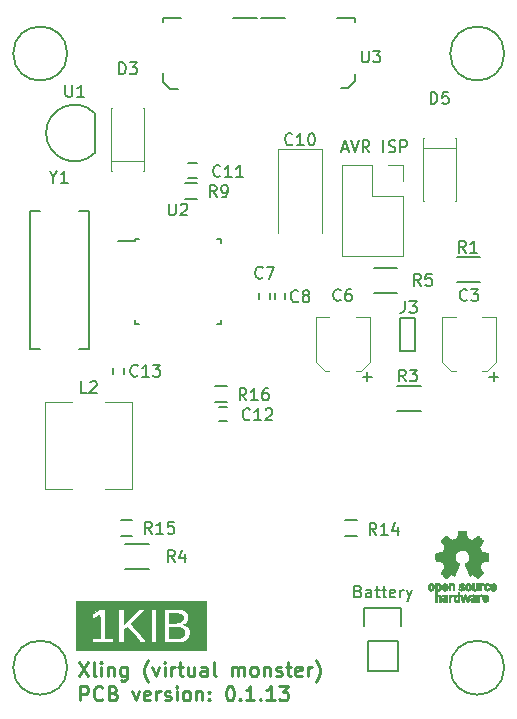
<source format=gto>
G04 #@! TF.FileFunction,Legend,Top*
%FSLAX46Y46*%
G04 Gerber Fmt 4.6, Leading zero omitted, Abs format (unit mm)*
G04 Created by KiCad (PCBNEW 4.0.7) date 2017 November 19, Sunday 17:56:15*
%MOMM*%
%LPD*%
G01*
G04 APERTURE LIST*
%ADD10C,0.100000*%
%ADD11C,0.200000*%
%ADD12C,0.250000*%
%ADD13C,0.150000*%
%ADD14C,0.120000*%
%ADD15C,0.010000*%
G04 APERTURE END LIST*
D10*
D11*
X148538095Y-90066667D02*
X149014286Y-90066667D01*
X148442857Y-90352381D02*
X148776190Y-89352381D01*
X149109524Y-90352381D01*
X149300000Y-89352381D02*
X149633333Y-90352381D01*
X149966667Y-89352381D01*
X150871429Y-90352381D02*
X150538095Y-89876190D01*
X150300000Y-90352381D02*
X150300000Y-89352381D01*
X150680953Y-89352381D01*
X150776191Y-89400000D01*
X150823810Y-89447619D01*
X150871429Y-89542857D01*
X150871429Y-89685714D01*
X150823810Y-89780952D01*
X150776191Y-89828571D01*
X150680953Y-89876190D01*
X150300000Y-89876190D01*
X152061905Y-90352381D02*
X152061905Y-89352381D01*
X152490476Y-90304762D02*
X152633333Y-90352381D01*
X152871429Y-90352381D01*
X152966667Y-90304762D01*
X153014286Y-90257143D01*
X153061905Y-90161905D01*
X153061905Y-90066667D01*
X153014286Y-89971429D01*
X152966667Y-89923810D01*
X152871429Y-89876190D01*
X152680952Y-89828571D01*
X152585714Y-89780952D01*
X152538095Y-89733333D01*
X152490476Y-89638095D01*
X152490476Y-89542857D01*
X152538095Y-89447619D01*
X152585714Y-89400000D01*
X152680952Y-89352381D01*
X152919048Y-89352381D01*
X153061905Y-89400000D01*
X153490476Y-90352381D02*
X153490476Y-89352381D01*
X153871429Y-89352381D01*
X153966667Y-89400000D01*
X154014286Y-89447619D01*
X154061905Y-89542857D01*
X154061905Y-89685714D01*
X154014286Y-89780952D01*
X153966667Y-89828571D01*
X153871429Y-89876190D01*
X153490476Y-89876190D01*
X149928571Y-127528571D02*
X150071428Y-127576190D01*
X150119047Y-127623810D01*
X150166666Y-127719048D01*
X150166666Y-127861905D01*
X150119047Y-127957143D01*
X150071428Y-128004762D01*
X149976190Y-128052381D01*
X149595237Y-128052381D01*
X149595237Y-127052381D01*
X149928571Y-127052381D01*
X150023809Y-127100000D01*
X150071428Y-127147619D01*
X150119047Y-127242857D01*
X150119047Y-127338095D01*
X150071428Y-127433333D01*
X150023809Y-127480952D01*
X149928571Y-127528571D01*
X149595237Y-127528571D01*
X151023809Y-128052381D02*
X151023809Y-127528571D01*
X150976190Y-127433333D01*
X150880952Y-127385714D01*
X150690475Y-127385714D01*
X150595237Y-127433333D01*
X151023809Y-128004762D02*
X150928571Y-128052381D01*
X150690475Y-128052381D01*
X150595237Y-128004762D01*
X150547618Y-127909524D01*
X150547618Y-127814286D01*
X150595237Y-127719048D01*
X150690475Y-127671429D01*
X150928571Y-127671429D01*
X151023809Y-127623810D01*
X151357142Y-127385714D02*
X151738094Y-127385714D01*
X151499999Y-127052381D02*
X151499999Y-127909524D01*
X151547618Y-128004762D01*
X151642856Y-128052381D01*
X151738094Y-128052381D01*
X151928571Y-127385714D02*
X152309523Y-127385714D01*
X152071428Y-127052381D02*
X152071428Y-127909524D01*
X152119047Y-128004762D01*
X152214285Y-128052381D01*
X152309523Y-128052381D01*
X153023810Y-128004762D02*
X152928572Y-128052381D01*
X152738095Y-128052381D01*
X152642857Y-128004762D01*
X152595238Y-127909524D01*
X152595238Y-127528571D01*
X152642857Y-127433333D01*
X152738095Y-127385714D01*
X152928572Y-127385714D01*
X153023810Y-127433333D01*
X153071429Y-127528571D01*
X153071429Y-127623810D01*
X152595238Y-127719048D01*
X153500000Y-128052381D02*
X153500000Y-127385714D01*
X153500000Y-127576190D02*
X153547619Y-127480952D01*
X153595238Y-127433333D01*
X153690476Y-127385714D01*
X153785715Y-127385714D01*
X154023810Y-127385714D02*
X154261905Y-128052381D01*
X154500001Y-127385714D02*
X154261905Y-128052381D01*
X154166667Y-128290476D01*
X154119048Y-128338095D01*
X154023810Y-128385714D01*
D12*
X126271429Y-133517857D02*
X127071429Y-134717857D01*
X127071429Y-133517857D02*
X126271429Y-134717857D01*
X127700000Y-134717857D02*
X127585714Y-134660714D01*
X127528571Y-134546429D01*
X127528571Y-133517857D01*
X128157142Y-134717857D02*
X128157142Y-133917857D01*
X128157142Y-133517857D02*
X128099999Y-133575000D01*
X128157142Y-133632143D01*
X128214285Y-133575000D01*
X128157142Y-133517857D01*
X128157142Y-133632143D01*
X128728571Y-133917857D02*
X128728571Y-134717857D01*
X128728571Y-134032143D02*
X128785714Y-133975000D01*
X128900000Y-133917857D01*
X129071428Y-133917857D01*
X129185714Y-133975000D01*
X129242857Y-134089286D01*
X129242857Y-134717857D01*
X130328571Y-133917857D02*
X130328571Y-134889286D01*
X130271428Y-135003571D01*
X130214285Y-135060714D01*
X130100000Y-135117857D01*
X129928571Y-135117857D01*
X129814285Y-135060714D01*
X130328571Y-134660714D02*
X130214285Y-134717857D01*
X129985714Y-134717857D01*
X129871428Y-134660714D01*
X129814285Y-134603571D01*
X129757142Y-134489286D01*
X129757142Y-134146429D01*
X129814285Y-134032143D01*
X129871428Y-133975000D01*
X129985714Y-133917857D01*
X130214285Y-133917857D01*
X130328571Y-133975000D01*
X132157142Y-135175000D02*
X132100000Y-135117857D01*
X131985714Y-134946429D01*
X131928571Y-134832143D01*
X131871428Y-134660714D01*
X131814285Y-134375000D01*
X131814285Y-134146429D01*
X131871428Y-133860714D01*
X131928571Y-133689286D01*
X131985714Y-133575000D01*
X132100000Y-133403571D01*
X132157142Y-133346429D01*
X132500000Y-133917857D02*
X132785714Y-134717857D01*
X133071428Y-133917857D01*
X133528571Y-134717857D02*
X133528571Y-133917857D01*
X133528571Y-133517857D02*
X133471428Y-133575000D01*
X133528571Y-133632143D01*
X133585714Y-133575000D01*
X133528571Y-133517857D01*
X133528571Y-133632143D01*
X134100000Y-134717857D02*
X134100000Y-133917857D01*
X134100000Y-134146429D02*
X134157143Y-134032143D01*
X134214286Y-133975000D01*
X134328572Y-133917857D01*
X134442857Y-133917857D01*
X134671429Y-133917857D02*
X135128572Y-133917857D01*
X134842857Y-133517857D02*
X134842857Y-134546429D01*
X134900000Y-134660714D01*
X135014286Y-134717857D01*
X135128572Y-134717857D01*
X136042857Y-133917857D02*
X136042857Y-134717857D01*
X135528571Y-133917857D02*
X135528571Y-134546429D01*
X135585714Y-134660714D01*
X135700000Y-134717857D01*
X135871428Y-134717857D01*
X135985714Y-134660714D01*
X136042857Y-134603571D01*
X137128571Y-134717857D02*
X137128571Y-134089286D01*
X137071428Y-133975000D01*
X136957142Y-133917857D01*
X136728571Y-133917857D01*
X136614285Y-133975000D01*
X137128571Y-134660714D02*
X137014285Y-134717857D01*
X136728571Y-134717857D01*
X136614285Y-134660714D01*
X136557142Y-134546429D01*
X136557142Y-134432143D01*
X136614285Y-134317857D01*
X136728571Y-134260714D01*
X137014285Y-134260714D01*
X137128571Y-134203571D01*
X137871428Y-134717857D02*
X137757142Y-134660714D01*
X137699999Y-134546429D01*
X137699999Y-133517857D01*
X139242856Y-134717857D02*
X139242856Y-133917857D01*
X139242856Y-134032143D02*
X139299999Y-133975000D01*
X139414285Y-133917857D01*
X139585713Y-133917857D01*
X139699999Y-133975000D01*
X139757142Y-134089286D01*
X139757142Y-134717857D01*
X139757142Y-134089286D02*
X139814285Y-133975000D01*
X139928571Y-133917857D01*
X140099999Y-133917857D01*
X140214285Y-133975000D01*
X140271428Y-134089286D01*
X140271428Y-134717857D01*
X141014285Y-134717857D02*
X140899999Y-134660714D01*
X140842856Y-134603571D01*
X140785713Y-134489286D01*
X140785713Y-134146429D01*
X140842856Y-134032143D01*
X140899999Y-133975000D01*
X141014285Y-133917857D01*
X141185713Y-133917857D01*
X141299999Y-133975000D01*
X141357142Y-134032143D01*
X141414285Y-134146429D01*
X141414285Y-134489286D01*
X141357142Y-134603571D01*
X141299999Y-134660714D01*
X141185713Y-134717857D01*
X141014285Y-134717857D01*
X141928570Y-133917857D02*
X141928570Y-134717857D01*
X141928570Y-134032143D02*
X141985713Y-133975000D01*
X142099999Y-133917857D01*
X142271427Y-133917857D01*
X142385713Y-133975000D01*
X142442856Y-134089286D01*
X142442856Y-134717857D01*
X142957141Y-134660714D02*
X143071427Y-134717857D01*
X143299999Y-134717857D01*
X143414284Y-134660714D01*
X143471427Y-134546429D01*
X143471427Y-134489286D01*
X143414284Y-134375000D01*
X143299999Y-134317857D01*
X143128570Y-134317857D01*
X143014284Y-134260714D01*
X142957141Y-134146429D01*
X142957141Y-134089286D01*
X143014284Y-133975000D01*
X143128570Y-133917857D01*
X143299999Y-133917857D01*
X143414284Y-133975000D01*
X143814285Y-133917857D02*
X144271428Y-133917857D01*
X143985713Y-133517857D02*
X143985713Y-134546429D01*
X144042856Y-134660714D01*
X144157142Y-134717857D01*
X144271428Y-134717857D01*
X145128570Y-134660714D02*
X145014284Y-134717857D01*
X144785713Y-134717857D01*
X144671427Y-134660714D01*
X144614284Y-134546429D01*
X144614284Y-134089286D01*
X144671427Y-133975000D01*
X144785713Y-133917857D01*
X145014284Y-133917857D01*
X145128570Y-133975000D01*
X145185713Y-134089286D01*
X145185713Y-134203571D01*
X144614284Y-134317857D01*
X145699998Y-134717857D02*
X145699998Y-133917857D01*
X145699998Y-134146429D02*
X145757141Y-134032143D01*
X145814284Y-133975000D01*
X145928570Y-133917857D01*
X146042855Y-133917857D01*
X146328570Y-135175000D02*
X146385712Y-135117857D01*
X146499998Y-134946429D01*
X146557141Y-134832143D01*
X146614284Y-134660714D01*
X146671427Y-134375000D01*
X146671427Y-134146429D01*
X146614284Y-133860714D01*
X146557141Y-133689286D01*
X146499998Y-133575000D01*
X146385712Y-133403571D01*
X146328570Y-133346429D01*
X126385714Y-136767857D02*
X126385714Y-135567857D01*
X126842857Y-135567857D01*
X126957143Y-135625000D01*
X127014286Y-135682143D01*
X127071429Y-135796429D01*
X127071429Y-135967857D01*
X127014286Y-136082143D01*
X126957143Y-136139286D01*
X126842857Y-136196429D01*
X126385714Y-136196429D01*
X128271429Y-136653571D02*
X128214286Y-136710714D01*
X128042857Y-136767857D01*
X127928571Y-136767857D01*
X127757143Y-136710714D01*
X127642857Y-136596429D01*
X127585714Y-136482143D01*
X127528571Y-136253571D01*
X127528571Y-136082143D01*
X127585714Y-135853571D01*
X127642857Y-135739286D01*
X127757143Y-135625000D01*
X127928571Y-135567857D01*
X128042857Y-135567857D01*
X128214286Y-135625000D01*
X128271429Y-135682143D01*
X129185714Y-136139286D02*
X129357143Y-136196429D01*
X129414286Y-136253571D01*
X129471429Y-136367857D01*
X129471429Y-136539286D01*
X129414286Y-136653571D01*
X129357143Y-136710714D01*
X129242857Y-136767857D01*
X128785714Y-136767857D01*
X128785714Y-135567857D01*
X129185714Y-135567857D01*
X129300000Y-135625000D01*
X129357143Y-135682143D01*
X129414286Y-135796429D01*
X129414286Y-135910714D01*
X129357143Y-136025000D01*
X129300000Y-136082143D01*
X129185714Y-136139286D01*
X128785714Y-136139286D01*
X130785715Y-135967857D02*
X131071429Y-136767857D01*
X131357143Y-135967857D01*
X132271429Y-136710714D02*
X132157143Y-136767857D01*
X131928572Y-136767857D01*
X131814286Y-136710714D01*
X131757143Y-136596429D01*
X131757143Y-136139286D01*
X131814286Y-136025000D01*
X131928572Y-135967857D01*
X132157143Y-135967857D01*
X132271429Y-136025000D01*
X132328572Y-136139286D01*
X132328572Y-136253571D01*
X131757143Y-136367857D01*
X132842857Y-136767857D02*
X132842857Y-135967857D01*
X132842857Y-136196429D02*
X132900000Y-136082143D01*
X132957143Y-136025000D01*
X133071429Y-135967857D01*
X133185714Y-135967857D01*
X133528571Y-136710714D02*
X133642857Y-136767857D01*
X133871429Y-136767857D01*
X133985714Y-136710714D01*
X134042857Y-136596429D01*
X134042857Y-136539286D01*
X133985714Y-136425000D01*
X133871429Y-136367857D01*
X133700000Y-136367857D01*
X133585714Y-136310714D01*
X133528571Y-136196429D01*
X133528571Y-136139286D01*
X133585714Y-136025000D01*
X133700000Y-135967857D01*
X133871429Y-135967857D01*
X133985714Y-136025000D01*
X134557143Y-136767857D02*
X134557143Y-135967857D01*
X134557143Y-135567857D02*
X134500000Y-135625000D01*
X134557143Y-135682143D01*
X134614286Y-135625000D01*
X134557143Y-135567857D01*
X134557143Y-135682143D01*
X135300001Y-136767857D02*
X135185715Y-136710714D01*
X135128572Y-136653571D01*
X135071429Y-136539286D01*
X135071429Y-136196429D01*
X135128572Y-136082143D01*
X135185715Y-136025000D01*
X135300001Y-135967857D01*
X135471429Y-135967857D01*
X135585715Y-136025000D01*
X135642858Y-136082143D01*
X135700001Y-136196429D01*
X135700001Y-136539286D01*
X135642858Y-136653571D01*
X135585715Y-136710714D01*
X135471429Y-136767857D01*
X135300001Y-136767857D01*
X136214286Y-135967857D02*
X136214286Y-136767857D01*
X136214286Y-136082143D02*
X136271429Y-136025000D01*
X136385715Y-135967857D01*
X136557143Y-135967857D01*
X136671429Y-136025000D01*
X136728572Y-136139286D01*
X136728572Y-136767857D01*
X137300000Y-136653571D02*
X137357143Y-136710714D01*
X137300000Y-136767857D01*
X137242857Y-136710714D01*
X137300000Y-136653571D01*
X137300000Y-136767857D01*
X137300000Y-136025000D02*
X137357143Y-136082143D01*
X137300000Y-136139286D01*
X137242857Y-136082143D01*
X137300000Y-136025000D01*
X137300000Y-136139286D01*
X139014287Y-135567857D02*
X139128572Y-135567857D01*
X139242858Y-135625000D01*
X139300001Y-135682143D01*
X139357144Y-135796429D01*
X139414287Y-136025000D01*
X139414287Y-136310714D01*
X139357144Y-136539286D01*
X139300001Y-136653571D01*
X139242858Y-136710714D01*
X139128572Y-136767857D01*
X139014287Y-136767857D01*
X138900001Y-136710714D01*
X138842858Y-136653571D01*
X138785715Y-136539286D01*
X138728572Y-136310714D01*
X138728572Y-136025000D01*
X138785715Y-135796429D01*
X138842858Y-135682143D01*
X138900001Y-135625000D01*
X139014287Y-135567857D01*
X139928572Y-136653571D02*
X139985715Y-136710714D01*
X139928572Y-136767857D01*
X139871429Y-136710714D01*
X139928572Y-136653571D01*
X139928572Y-136767857D01*
X141128573Y-136767857D02*
X140442858Y-136767857D01*
X140785716Y-136767857D02*
X140785716Y-135567857D01*
X140671430Y-135739286D01*
X140557144Y-135853571D01*
X140442858Y-135910714D01*
X141642858Y-136653571D02*
X141700001Y-136710714D01*
X141642858Y-136767857D01*
X141585715Y-136710714D01*
X141642858Y-136653571D01*
X141642858Y-136767857D01*
X142842859Y-136767857D02*
X142157144Y-136767857D01*
X142500002Y-136767857D02*
X142500002Y-135567857D01*
X142385716Y-135739286D01*
X142271430Y-135853571D01*
X142157144Y-135910714D01*
X143242859Y-135567857D02*
X143985716Y-135567857D01*
X143585716Y-136025000D01*
X143757144Y-136025000D01*
X143871430Y-136082143D01*
X143928573Y-136139286D01*
X143985716Y-136253571D01*
X143985716Y-136539286D01*
X143928573Y-136653571D01*
X143871430Y-136710714D01*
X143757144Y-136767857D01*
X143414287Y-136767857D01*
X143300001Y-136710714D01*
X143242859Y-136653571D01*
D13*
X162286000Y-134000000D02*
G75*
G03X162286000Y-134000000I-2286000J0D01*
G01*
X125286000Y-134000000D02*
G75*
G03X125286000Y-134000000I-2286000J0D01*
G01*
X162286000Y-82000000D02*
G75*
G03X162286000Y-82000000I-2286000J0D01*
G01*
X141525000Y-102300000D02*
X141525000Y-102800000D01*
X142475000Y-102800000D02*
X142475000Y-102300000D01*
X143700000Y-102275000D02*
X143700000Y-102775000D01*
X142900000Y-102775000D02*
X142900000Y-102275000D01*
X135550000Y-91300000D02*
X136250000Y-91300000D01*
X136250000Y-92500000D02*
X135550000Y-92500000D01*
X138800000Y-113100000D02*
X138100000Y-113100000D01*
X138100000Y-111900000D02*
X138800000Y-111900000D01*
X130075000Y-109100000D02*
X130075000Y-108600000D01*
X129125000Y-108600000D02*
X129125000Y-109100000D01*
X153450000Y-104350000D02*
X154750000Y-104350000D01*
X153450000Y-107150000D02*
X153450000Y-104350000D01*
X154750000Y-107150000D02*
X153450000Y-107150000D01*
X154750000Y-104350000D02*
X154750000Y-107150000D01*
X153270000Y-131730000D02*
X153270000Y-134270000D01*
X153550000Y-128910000D02*
X153550000Y-130460000D01*
X153270000Y-131730000D02*
X150730000Y-131730000D01*
X150450000Y-130460000D02*
X150450000Y-128910000D01*
X150450000Y-128910000D02*
X153550000Y-128910000D01*
X150730000Y-131730000D02*
X150730000Y-134270000D01*
X150730000Y-134270000D02*
X153270000Y-134270000D01*
X158250000Y-99225000D02*
X160250000Y-99225000D01*
X160250000Y-101375000D02*
X158250000Y-101375000D01*
X153200000Y-110125000D02*
X155200000Y-110125000D01*
X155200000Y-112275000D02*
X153200000Y-112275000D01*
X130200000Y-123525000D02*
X132200000Y-123525000D01*
X132200000Y-125675000D02*
X130200000Y-125675000D01*
X153250000Y-102275000D02*
X151250000Y-102275000D01*
X151250000Y-100125000D02*
X153250000Y-100125000D01*
X135250000Y-92925000D02*
X136250000Y-92925000D01*
X136250000Y-94275000D02*
X135250000Y-94275000D01*
X149800000Y-122875000D02*
X148800000Y-122875000D01*
X148800000Y-121525000D02*
X149800000Y-121525000D01*
X130800000Y-122875000D02*
X129800000Y-122875000D01*
X129800000Y-121525000D02*
X130800000Y-121525000D01*
X137800000Y-110125000D02*
X138800000Y-110125000D01*
X138800000Y-111475000D02*
X137800000Y-111475000D01*
X127099360Y-107049620D02*
X127099360Y-95350380D01*
X122100640Y-95350380D02*
X122100640Y-107049620D01*
X127099360Y-95350380D02*
X126251000Y-95350380D01*
X122100640Y-95350380D02*
X122949000Y-95350380D01*
X127099360Y-107049620D02*
X126251000Y-107049620D01*
X122100640Y-107049620D02*
X122949000Y-107049620D01*
D14*
X153730000Y-94030000D02*
X153730000Y-99170000D01*
X153730000Y-99170000D02*
X148530000Y-99170000D01*
X148530000Y-99170000D02*
X148530000Y-91430000D01*
X148530000Y-91430000D02*
X151130000Y-91430000D01*
X151130000Y-91430000D02*
X151130000Y-94030000D01*
X151130000Y-94030000D02*
X153730000Y-94030000D01*
X153730000Y-92760000D02*
X153730000Y-91430000D01*
X153730000Y-91430000D02*
X152460000Y-91430000D01*
X157780000Y-108890000D02*
X158180000Y-108890000D01*
X157010000Y-104310000D02*
X158180000Y-104310000D01*
X161590000Y-104310000D02*
X160420000Y-104310000D01*
X160820000Y-108890000D02*
X160420000Y-108890000D01*
X161590000Y-108120000D02*
X161590000Y-104310000D01*
X161590000Y-108120000D02*
X160820000Y-108890000D01*
X157010000Y-108120000D02*
X157010000Y-104310000D01*
X157010000Y-108120000D02*
X157780000Y-108890000D01*
X147080000Y-108890000D02*
X147480000Y-108890000D01*
X146310000Y-104310000D02*
X147480000Y-104310000D01*
X150890000Y-104310000D02*
X149720000Y-104310000D01*
X150120000Y-108890000D02*
X149720000Y-108890000D01*
X150890000Y-108120000D02*
X150890000Y-104310000D01*
X150890000Y-108120000D02*
X150120000Y-108890000D01*
X146310000Y-108120000D02*
X146310000Y-104310000D01*
X146310000Y-108120000D02*
X147080000Y-108890000D01*
D13*
X131025000Y-97675000D02*
X131025000Y-97900000D01*
X138275000Y-97675000D02*
X138275000Y-98000000D01*
X138275000Y-104925000D02*
X138275000Y-104600000D01*
X131025000Y-104925000D02*
X131025000Y-104600000D01*
X131025000Y-97675000D02*
X131350000Y-97675000D01*
X131025000Y-104925000D02*
X131350000Y-104925000D01*
X138275000Y-104925000D02*
X137950000Y-104925000D01*
X138275000Y-97675000D02*
X137950000Y-97675000D01*
X131025000Y-97900000D02*
X129600000Y-97900000D01*
D14*
X146850000Y-90125000D02*
X146850000Y-97225000D01*
X143150000Y-90125000D02*
X143150000Y-97225000D01*
X146850000Y-90125000D02*
X143150000Y-90125000D01*
X129120000Y-91950000D02*
X128990000Y-91950000D01*
X128990000Y-91950000D02*
X128990000Y-86630000D01*
X128990000Y-86630000D02*
X129120000Y-86630000D01*
X131680000Y-91950000D02*
X131810000Y-91950000D01*
X131810000Y-91950000D02*
X131810000Y-86630000D01*
X131810000Y-86630000D02*
X131680000Y-86630000D01*
X128990000Y-91110000D02*
X131810000Y-91110000D01*
X158080000Y-89150000D02*
X158210000Y-89150000D01*
X158210000Y-89150000D02*
X158210000Y-94470000D01*
X158210000Y-94470000D02*
X158080000Y-94470000D01*
X155520000Y-89150000D02*
X155390000Y-89150000D01*
X155390000Y-89150000D02*
X155390000Y-94470000D01*
X155390000Y-94470000D02*
X155520000Y-94470000D01*
X158210000Y-89990000D02*
X155390000Y-89990000D01*
X128500000Y-111500000D02*
X130800000Y-111500000D01*
X130800000Y-111500000D02*
X130800000Y-118900000D01*
X130800000Y-118900000D02*
X128500000Y-118900000D01*
X125700000Y-118900000D02*
X123400000Y-118900000D01*
X123400000Y-118900000D02*
X123400000Y-111500000D01*
X123400000Y-111500000D02*
X125700000Y-111500000D01*
D13*
X127600000Y-90430000D02*
X127600000Y-87030000D01*
X127597056Y-90427056D02*
G75*
G02X123500000Y-88730000I-1697056J1697056D01*
G01*
X127597056Y-87032944D02*
G75*
G03X123500000Y-88730000I-1697056J-1697056D01*
G01*
X125286000Y-82000000D02*
G75*
G03X125286000Y-82000000I-2286000J0D01*
G01*
X141325000Y-79000000D02*
X139325000Y-79000000D01*
X141725000Y-79000000D02*
X143725000Y-79000000D01*
X134025000Y-85000000D02*
X134625000Y-85000000D01*
X133425000Y-84400000D02*
X134025000Y-85000000D01*
X133425000Y-83690000D02*
X133425000Y-84400000D01*
X149025000Y-84900000D02*
X148425000Y-84900000D01*
X149625000Y-84300000D02*
X149025000Y-84900000D01*
X149625000Y-83700000D02*
X149625000Y-84300000D01*
X133425000Y-79000000D02*
X134925000Y-79000000D01*
X133425000Y-79300000D02*
X133425000Y-79000000D01*
X149625000Y-79000000D02*
X148125000Y-79000000D01*
X149625000Y-79300000D02*
X149625000Y-79000000D01*
D15*
G36*
X156791241Y-126869184D02*
X156817753Y-126882282D01*
X156850447Y-126905106D01*
X156874275Y-126929996D01*
X156890594Y-126961249D01*
X156900760Y-127003166D01*
X156906128Y-127060044D01*
X156908056Y-127136184D01*
X156908169Y-127168917D01*
X156907839Y-127240656D01*
X156906473Y-127291927D01*
X156903500Y-127327404D01*
X156898351Y-127351763D01*
X156890457Y-127369680D01*
X156882243Y-127381902D01*
X156829813Y-127433905D01*
X156768070Y-127465184D01*
X156701464Y-127474592D01*
X156634442Y-127460980D01*
X156613208Y-127451354D01*
X156562376Y-127424859D01*
X156562376Y-127840052D01*
X156599475Y-127820868D01*
X156648357Y-127806025D01*
X156708439Y-127802222D01*
X156768436Y-127809243D01*
X156813744Y-127825013D01*
X156851325Y-127855047D01*
X156883436Y-127898024D01*
X156885850Y-127902436D01*
X156896033Y-127923221D01*
X156903470Y-127944170D01*
X156908589Y-127969548D01*
X156911819Y-128003618D01*
X156913587Y-128050641D01*
X156914323Y-128114882D01*
X156914456Y-128187176D01*
X156914456Y-128417822D01*
X156776139Y-128417822D01*
X156776139Y-127992533D01*
X156737451Y-127959979D01*
X156697262Y-127933940D01*
X156659203Y-127929205D01*
X156620934Y-127941389D01*
X156600538Y-127953320D01*
X156585358Y-127970313D01*
X156574562Y-127995995D01*
X156567317Y-128033991D01*
X156562792Y-128087926D01*
X156560156Y-128161425D01*
X156559228Y-128210347D01*
X156556089Y-128411535D01*
X156490074Y-128415336D01*
X156424060Y-128419136D01*
X156424060Y-127170650D01*
X156562376Y-127170650D01*
X156565903Y-127240254D01*
X156577785Y-127288569D01*
X156599980Y-127318631D01*
X156634441Y-127333471D01*
X156669258Y-127336436D01*
X156708671Y-127333028D01*
X156734829Y-127319617D01*
X156751186Y-127301896D01*
X156764063Y-127282835D01*
X156771728Y-127261601D01*
X156775139Y-127231849D01*
X156775251Y-127187236D01*
X156774103Y-127149880D01*
X156771468Y-127093604D01*
X156767544Y-127056658D01*
X156760937Y-127033223D01*
X156750251Y-127017480D01*
X156740167Y-127008380D01*
X156698030Y-126988537D01*
X156648160Y-126985332D01*
X156619524Y-126992168D01*
X156591172Y-127016464D01*
X156572391Y-127063728D01*
X156563288Y-127133624D01*
X156562376Y-127170650D01*
X156424060Y-127170650D01*
X156424060Y-126858614D01*
X156493218Y-126858614D01*
X156534740Y-126860256D01*
X156556162Y-126866087D01*
X156562374Y-126877461D01*
X156562376Y-126877798D01*
X156565258Y-126888938D01*
X156577970Y-126887673D01*
X156603243Y-126875433D01*
X156662131Y-126856707D01*
X156728385Y-126854739D01*
X156791241Y-126869184D01*
X156791241Y-126869184D01*
G37*
X156791241Y-126869184D02*
X156817753Y-126882282D01*
X156850447Y-126905106D01*
X156874275Y-126929996D01*
X156890594Y-126961249D01*
X156900760Y-127003166D01*
X156906128Y-127060044D01*
X156908056Y-127136184D01*
X156908169Y-127168917D01*
X156907839Y-127240656D01*
X156906473Y-127291927D01*
X156903500Y-127327404D01*
X156898351Y-127351763D01*
X156890457Y-127369680D01*
X156882243Y-127381902D01*
X156829813Y-127433905D01*
X156768070Y-127465184D01*
X156701464Y-127474592D01*
X156634442Y-127460980D01*
X156613208Y-127451354D01*
X156562376Y-127424859D01*
X156562376Y-127840052D01*
X156599475Y-127820868D01*
X156648357Y-127806025D01*
X156708439Y-127802222D01*
X156768436Y-127809243D01*
X156813744Y-127825013D01*
X156851325Y-127855047D01*
X156883436Y-127898024D01*
X156885850Y-127902436D01*
X156896033Y-127923221D01*
X156903470Y-127944170D01*
X156908589Y-127969548D01*
X156911819Y-128003618D01*
X156913587Y-128050641D01*
X156914323Y-128114882D01*
X156914456Y-128187176D01*
X156914456Y-128417822D01*
X156776139Y-128417822D01*
X156776139Y-127992533D01*
X156737451Y-127959979D01*
X156697262Y-127933940D01*
X156659203Y-127929205D01*
X156620934Y-127941389D01*
X156600538Y-127953320D01*
X156585358Y-127970313D01*
X156574562Y-127995995D01*
X156567317Y-128033991D01*
X156562792Y-128087926D01*
X156560156Y-128161425D01*
X156559228Y-128210347D01*
X156556089Y-128411535D01*
X156490074Y-128415336D01*
X156424060Y-128419136D01*
X156424060Y-127170650D01*
X156562376Y-127170650D01*
X156565903Y-127240254D01*
X156577785Y-127288569D01*
X156599980Y-127318631D01*
X156634441Y-127333471D01*
X156669258Y-127336436D01*
X156708671Y-127333028D01*
X156734829Y-127319617D01*
X156751186Y-127301896D01*
X156764063Y-127282835D01*
X156771728Y-127261601D01*
X156775139Y-127231849D01*
X156775251Y-127187236D01*
X156774103Y-127149880D01*
X156771468Y-127093604D01*
X156767544Y-127056658D01*
X156760937Y-127033223D01*
X156750251Y-127017480D01*
X156740167Y-127008380D01*
X156698030Y-126988537D01*
X156648160Y-126985332D01*
X156619524Y-126992168D01*
X156591172Y-127016464D01*
X156572391Y-127063728D01*
X156563288Y-127133624D01*
X156562376Y-127170650D01*
X156424060Y-127170650D01*
X156424060Y-126858614D01*
X156493218Y-126858614D01*
X156534740Y-126860256D01*
X156556162Y-126866087D01*
X156562374Y-126877461D01*
X156562376Y-126877798D01*
X156565258Y-126888938D01*
X156577970Y-126887673D01*
X156603243Y-126875433D01*
X156662131Y-126856707D01*
X156728385Y-126854739D01*
X156791241Y-126869184D01*
G36*
X157315790Y-127806555D02*
X157374945Y-127822339D01*
X157419977Y-127850948D01*
X157451754Y-127888419D01*
X157461634Y-127904411D01*
X157468927Y-127921163D01*
X157474026Y-127942592D01*
X157477321Y-127972616D01*
X157479203Y-128015154D01*
X157480063Y-128074122D01*
X157480293Y-128153440D01*
X157480297Y-128174484D01*
X157480297Y-128417822D01*
X157419941Y-128417822D01*
X157381443Y-128415126D01*
X157352977Y-128408295D01*
X157345845Y-128404083D01*
X157326348Y-128396813D01*
X157306434Y-128404083D01*
X157273647Y-128413160D01*
X157226022Y-128416813D01*
X157173236Y-128415228D01*
X157124964Y-128408589D01*
X157096782Y-128400072D01*
X157042247Y-128365063D01*
X157008165Y-128316479D01*
X156992843Y-128251882D01*
X156992701Y-128250223D01*
X156994045Y-128221566D01*
X157115644Y-128221566D01*
X157126274Y-128254161D01*
X157143590Y-128272505D01*
X157178348Y-128286379D01*
X157224227Y-128291917D01*
X157271012Y-128289191D01*
X157308486Y-128278274D01*
X157318985Y-128271269D01*
X157337332Y-128238904D01*
X157341980Y-128202111D01*
X157341980Y-128153763D01*
X157272418Y-128153763D01*
X157206333Y-128158850D01*
X157156236Y-128173263D01*
X157125071Y-128195729D01*
X157115644Y-128221566D01*
X156994045Y-128221566D01*
X156996013Y-128179647D01*
X157019290Y-128123845D01*
X157063052Y-128081647D01*
X157069101Y-128077808D01*
X157095093Y-128065309D01*
X157127265Y-128057740D01*
X157172240Y-128054061D01*
X157225669Y-128053216D01*
X157341980Y-128053169D01*
X157341980Y-128004411D01*
X157337047Y-127966581D01*
X157324457Y-127941236D01*
X157322983Y-127939887D01*
X157294966Y-127928800D01*
X157252674Y-127924503D01*
X157205936Y-127926615D01*
X157164582Y-127934756D01*
X157140043Y-127946965D01*
X157126747Y-127956746D01*
X157112706Y-127958613D01*
X157093329Y-127950600D01*
X157064024Y-127930739D01*
X157020197Y-127897063D01*
X157016175Y-127893909D01*
X157018236Y-127882236D01*
X157035432Y-127862822D01*
X157061567Y-127841248D01*
X157090448Y-127823096D01*
X157099522Y-127818809D01*
X157132620Y-127810256D01*
X157181120Y-127804155D01*
X157235305Y-127801708D01*
X157237839Y-127801703D01*
X157315790Y-127806555D01*
X157315790Y-127806555D01*
G37*
X157315790Y-127806555D02*
X157374945Y-127822339D01*
X157419977Y-127850948D01*
X157451754Y-127888419D01*
X157461634Y-127904411D01*
X157468927Y-127921163D01*
X157474026Y-127942592D01*
X157477321Y-127972616D01*
X157479203Y-128015154D01*
X157480063Y-128074122D01*
X157480293Y-128153440D01*
X157480297Y-128174484D01*
X157480297Y-128417822D01*
X157419941Y-128417822D01*
X157381443Y-128415126D01*
X157352977Y-128408295D01*
X157345845Y-128404083D01*
X157326348Y-128396813D01*
X157306434Y-128404083D01*
X157273647Y-128413160D01*
X157226022Y-128416813D01*
X157173236Y-128415228D01*
X157124964Y-128408589D01*
X157096782Y-128400072D01*
X157042247Y-128365063D01*
X157008165Y-128316479D01*
X156992843Y-128251882D01*
X156992701Y-128250223D01*
X156994045Y-128221566D01*
X157115644Y-128221566D01*
X157126274Y-128254161D01*
X157143590Y-128272505D01*
X157178348Y-128286379D01*
X157224227Y-128291917D01*
X157271012Y-128289191D01*
X157308486Y-128278274D01*
X157318985Y-128271269D01*
X157337332Y-128238904D01*
X157341980Y-128202111D01*
X157341980Y-128153763D01*
X157272418Y-128153763D01*
X157206333Y-128158850D01*
X157156236Y-128173263D01*
X157125071Y-128195729D01*
X157115644Y-128221566D01*
X156994045Y-128221566D01*
X156996013Y-128179647D01*
X157019290Y-128123845D01*
X157063052Y-128081647D01*
X157069101Y-128077808D01*
X157095093Y-128065309D01*
X157127265Y-128057740D01*
X157172240Y-128054061D01*
X157225669Y-128053216D01*
X157341980Y-128053169D01*
X157341980Y-128004411D01*
X157337047Y-127966581D01*
X157324457Y-127941236D01*
X157322983Y-127939887D01*
X157294966Y-127928800D01*
X157252674Y-127924503D01*
X157205936Y-127926615D01*
X157164582Y-127934756D01*
X157140043Y-127946965D01*
X157126747Y-127956746D01*
X157112706Y-127958613D01*
X157093329Y-127950600D01*
X157064024Y-127930739D01*
X157020197Y-127897063D01*
X157016175Y-127893909D01*
X157018236Y-127882236D01*
X157035432Y-127862822D01*
X157061567Y-127841248D01*
X157090448Y-127823096D01*
X157099522Y-127818809D01*
X157132620Y-127810256D01*
X157181120Y-127804155D01*
X157235305Y-127801708D01*
X157237839Y-127801703D01*
X157315790Y-127806555D01*
G36*
X157706644Y-127803020D02*
X157725461Y-127808660D01*
X157731527Y-127821053D01*
X157731782Y-127826647D01*
X157732871Y-127842230D01*
X157740368Y-127844676D01*
X157760619Y-127833993D01*
X157772649Y-127826694D01*
X157810600Y-127811063D01*
X157855928Y-127803334D01*
X157903456Y-127802740D01*
X157948005Y-127808513D01*
X157984398Y-127819884D01*
X158007457Y-127836088D01*
X158012004Y-127856355D01*
X158009709Y-127861843D01*
X157992980Y-127884626D01*
X157967037Y-127912647D01*
X157962345Y-127917177D01*
X157937617Y-127938005D01*
X157916282Y-127944735D01*
X157886445Y-127940038D01*
X157874492Y-127936917D01*
X157837295Y-127929421D01*
X157811141Y-127932792D01*
X157789054Y-127944681D01*
X157768822Y-127960635D01*
X157753921Y-127980700D01*
X157743566Y-128008702D01*
X157736971Y-128048467D01*
X157733351Y-128103823D01*
X157731922Y-128178594D01*
X157731782Y-128223740D01*
X157731782Y-128417822D01*
X157606040Y-128417822D01*
X157606040Y-127801683D01*
X157668911Y-127801683D01*
X157706644Y-127803020D01*
X157706644Y-127803020D01*
G37*
X157706644Y-127803020D02*
X157725461Y-127808660D01*
X157731527Y-127821053D01*
X157731782Y-127826647D01*
X157732871Y-127842230D01*
X157740368Y-127844676D01*
X157760619Y-127833993D01*
X157772649Y-127826694D01*
X157810600Y-127811063D01*
X157855928Y-127803334D01*
X157903456Y-127802740D01*
X157948005Y-127808513D01*
X157984398Y-127819884D01*
X158007457Y-127836088D01*
X158012004Y-127856355D01*
X158009709Y-127861843D01*
X157992980Y-127884626D01*
X157967037Y-127912647D01*
X157962345Y-127917177D01*
X157937617Y-127938005D01*
X157916282Y-127944735D01*
X157886445Y-127940038D01*
X157874492Y-127936917D01*
X157837295Y-127929421D01*
X157811141Y-127932792D01*
X157789054Y-127944681D01*
X157768822Y-127960635D01*
X157753921Y-127980700D01*
X157743566Y-128008702D01*
X157736971Y-128048467D01*
X157733351Y-128103823D01*
X157731922Y-128178594D01*
X157731782Y-128223740D01*
X157731782Y-128417822D01*
X157606040Y-128417822D01*
X157606040Y-127801683D01*
X157668911Y-127801683D01*
X157706644Y-127803020D01*
G36*
X158498812Y-128417822D02*
X158429654Y-128417822D01*
X158389512Y-128416645D01*
X158368606Y-128411772D01*
X158361078Y-128401186D01*
X158360495Y-128394029D01*
X158359226Y-128379676D01*
X158351221Y-128376923D01*
X158330185Y-128385771D01*
X158313827Y-128394029D01*
X158251023Y-128413597D01*
X158182752Y-128414729D01*
X158127248Y-128400135D01*
X158075562Y-128364877D01*
X158036162Y-128312835D01*
X158014587Y-128251450D01*
X158014038Y-128248018D01*
X158010833Y-128210571D01*
X158009239Y-128156813D01*
X158009367Y-128116155D01*
X158146721Y-128116155D01*
X158149903Y-128170194D01*
X158157141Y-128214735D01*
X158166940Y-128239888D01*
X158204011Y-128274260D01*
X158248026Y-128286582D01*
X158293416Y-128276618D01*
X158332203Y-128246895D01*
X158346892Y-128226905D01*
X158355481Y-128203050D01*
X158359504Y-128168230D01*
X158360495Y-128115930D01*
X158358722Y-128064139D01*
X158354037Y-128018634D01*
X158347397Y-127988181D01*
X158346290Y-127985452D01*
X158319509Y-127953000D01*
X158280421Y-127935183D01*
X158236685Y-127932306D01*
X158195962Y-127944674D01*
X158165913Y-127972593D01*
X158162796Y-127978148D01*
X158153039Y-128012022D01*
X158147723Y-128060728D01*
X158146721Y-128116155D01*
X158009367Y-128116155D01*
X158009432Y-128095540D01*
X158010336Y-128062563D01*
X158016486Y-127980981D01*
X158029267Y-127919730D01*
X158050529Y-127874449D01*
X158082122Y-127840779D01*
X158112793Y-127821014D01*
X158155646Y-127807120D01*
X158208944Y-127802354D01*
X158263520Y-127806236D01*
X158310208Y-127818282D01*
X158334876Y-127832693D01*
X158360495Y-127855878D01*
X158360495Y-127562773D01*
X158498812Y-127562773D01*
X158498812Y-128417822D01*
X158498812Y-128417822D01*
G37*
X158498812Y-128417822D02*
X158429654Y-128417822D01*
X158389512Y-128416645D01*
X158368606Y-128411772D01*
X158361078Y-128401186D01*
X158360495Y-128394029D01*
X158359226Y-128379676D01*
X158351221Y-128376923D01*
X158330185Y-128385771D01*
X158313827Y-128394029D01*
X158251023Y-128413597D01*
X158182752Y-128414729D01*
X158127248Y-128400135D01*
X158075562Y-128364877D01*
X158036162Y-128312835D01*
X158014587Y-128251450D01*
X158014038Y-128248018D01*
X158010833Y-128210571D01*
X158009239Y-128156813D01*
X158009367Y-128116155D01*
X158146721Y-128116155D01*
X158149903Y-128170194D01*
X158157141Y-128214735D01*
X158166940Y-128239888D01*
X158204011Y-128274260D01*
X158248026Y-128286582D01*
X158293416Y-128276618D01*
X158332203Y-128246895D01*
X158346892Y-128226905D01*
X158355481Y-128203050D01*
X158359504Y-128168230D01*
X158360495Y-128115930D01*
X158358722Y-128064139D01*
X158354037Y-128018634D01*
X158347397Y-127988181D01*
X158346290Y-127985452D01*
X158319509Y-127953000D01*
X158280421Y-127935183D01*
X158236685Y-127932306D01*
X158195962Y-127944674D01*
X158165913Y-127972593D01*
X158162796Y-127978148D01*
X158153039Y-128012022D01*
X158147723Y-128060728D01*
X158146721Y-128116155D01*
X158009367Y-128116155D01*
X158009432Y-128095540D01*
X158010336Y-128062563D01*
X158016486Y-127980981D01*
X158029267Y-127919730D01*
X158050529Y-127874449D01*
X158082122Y-127840779D01*
X158112793Y-127821014D01*
X158155646Y-127807120D01*
X158208944Y-127802354D01*
X158263520Y-127806236D01*
X158310208Y-127818282D01*
X158334876Y-127832693D01*
X158360495Y-127855878D01*
X158360495Y-127562773D01*
X158498812Y-127562773D01*
X158498812Y-128417822D01*
G36*
X158981524Y-127804237D02*
X159031255Y-127807971D01*
X159161291Y-128197773D01*
X159181678Y-128128614D01*
X159193946Y-128085874D01*
X159210085Y-128028115D01*
X159227512Y-127964625D01*
X159236726Y-127930570D01*
X159271388Y-127801683D01*
X159414391Y-127801683D01*
X159371646Y-127936857D01*
X159350596Y-128003342D01*
X159325167Y-128083539D01*
X159298610Y-128167193D01*
X159274902Y-128241782D01*
X159220902Y-128411535D01*
X159162598Y-128415328D01*
X159104295Y-128419122D01*
X159072679Y-128314734D01*
X159053182Y-128249889D01*
X159031904Y-128178400D01*
X159013308Y-128115263D01*
X159012574Y-128112750D01*
X158998684Y-128069969D01*
X158986429Y-128040779D01*
X158977846Y-128029741D01*
X158976082Y-128031018D01*
X158969891Y-128048130D01*
X158958128Y-128084787D01*
X158942225Y-128136378D01*
X158923614Y-128198294D01*
X158913543Y-128232352D01*
X158859007Y-128417822D01*
X158743264Y-128417822D01*
X158650737Y-128125471D01*
X158624744Y-128043462D01*
X158601066Y-127968987D01*
X158580820Y-127905544D01*
X158565126Y-127856632D01*
X158555102Y-127825749D01*
X158552055Y-127816726D01*
X158554467Y-127807487D01*
X158573408Y-127803441D01*
X158612823Y-127803846D01*
X158618993Y-127804152D01*
X158692086Y-127807971D01*
X158739957Y-127984010D01*
X158757553Y-128048211D01*
X158773277Y-128104649D01*
X158785746Y-128148422D01*
X158793574Y-128174630D01*
X158795020Y-128178903D01*
X158801014Y-128173990D01*
X158813101Y-128148532D01*
X158829893Y-128105997D01*
X158850003Y-128049850D01*
X158867003Y-127999130D01*
X158931794Y-127800504D01*
X158981524Y-127804237D01*
X158981524Y-127804237D01*
G37*
X158981524Y-127804237D02*
X159031255Y-127807971D01*
X159161291Y-128197773D01*
X159181678Y-128128614D01*
X159193946Y-128085874D01*
X159210085Y-128028115D01*
X159227512Y-127964625D01*
X159236726Y-127930570D01*
X159271388Y-127801683D01*
X159414391Y-127801683D01*
X159371646Y-127936857D01*
X159350596Y-128003342D01*
X159325167Y-128083539D01*
X159298610Y-128167193D01*
X159274902Y-128241782D01*
X159220902Y-128411535D01*
X159162598Y-128415328D01*
X159104295Y-128419122D01*
X159072679Y-128314734D01*
X159053182Y-128249889D01*
X159031904Y-128178400D01*
X159013308Y-128115263D01*
X159012574Y-128112750D01*
X158998684Y-128069969D01*
X158986429Y-128040779D01*
X158977846Y-128029741D01*
X158976082Y-128031018D01*
X158969891Y-128048130D01*
X158958128Y-128084787D01*
X158942225Y-128136378D01*
X158923614Y-128198294D01*
X158913543Y-128232352D01*
X158859007Y-128417822D01*
X158743264Y-128417822D01*
X158650737Y-128125471D01*
X158624744Y-128043462D01*
X158601066Y-127968987D01*
X158580820Y-127905544D01*
X158565126Y-127856632D01*
X158555102Y-127825749D01*
X158552055Y-127816726D01*
X158554467Y-127807487D01*
X158573408Y-127803441D01*
X158612823Y-127803846D01*
X158618993Y-127804152D01*
X158692086Y-127807971D01*
X158739957Y-127984010D01*
X158757553Y-128048211D01*
X158773277Y-128104649D01*
X158785746Y-128148422D01*
X158793574Y-128174630D01*
X158795020Y-128178903D01*
X158801014Y-128173990D01*
X158813101Y-128148532D01*
X158829893Y-128105997D01*
X158850003Y-128049850D01*
X158867003Y-127999130D01*
X158931794Y-127800504D01*
X158981524Y-127804237D01*
G36*
X159738411Y-127805417D02*
X159791411Y-127818290D01*
X159806731Y-127825110D01*
X159836428Y-127842974D01*
X159859220Y-127863093D01*
X159876083Y-127888962D01*
X159887998Y-127924073D01*
X159895942Y-127971920D01*
X159900894Y-128035996D01*
X159903831Y-128119794D01*
X159904947Y-128175768D01*
X159909052Y-128417822D01*
X159838932Y-128417822D01*
X159796393Y-128416038D01*
X159774476Y-128409942D01*
X159768812Y-128399706D01*
X159765821Y-128388637D01*
X159752451Y-128390754D01*
X159734233Y-128399629D01*
X159688624Y-128413233D01*
X159630007Y-128416899D01*
X159568354Y-128410903D01*
X159513638Y-128395521D01*
X159508730Y-128393386D01*
X159458723Y-128358255D01*
X159425756Y-128309419D01*
X159410587Y-128252333D01*
X159411746Y-128231824D01*
X159535508Y-128231824D01*
X159546413Y-128259425D01*
X159578745Y-128279204D01*
X159630910Y-128289819D01*
X159658787Y-128291228D01*
X159705247Y-128287620D01*
X159736129Y-128273597D01*
X159743664Y-128266931D01*
X159764076Y-128230666D01*
X159768812Y-128197773D01*
X159768812Y-128153763D01*
X159707513Y-128153763D01*
X159636256Y-128157395D01*
X159586276Y-128168818D01*
X159554696Y-128188824D01*
X159547626Y-128197743D01*
X159535508Y-128231824D01*
X159411746Y-128231824D01*
X159413971Y-128192456D01*
X159436663Y-128135244D01*
X159467624Y-128096580D01*
X159486376Y-128079864D01*
X159504733Y-128068878D01*
X159528619Y-128062180D01*
X159563957Y-128058326D01*
X159616669Y-128055873D01*
X159637577Y-128055168D01*
X159768812Y-128050879D01*
X159768620Y-128011158D01*
X159763537Y-127969405D01*
X159745162Y-127944158D01*
X159708039Y-127928030D01*
X159707043Y-127927742D01*
X159654410Y-127921400D01*
X159602906Y-127929684D01*
X159564630Y-127949827D01*
X159549272Y-127959773D01*
X159532730Y-127958397D01*
X159507275Y-127943987D01*
X159492328Y-127933817D01*
X159463091Y-127912088D01*
X159444980Y-127895800D01*
X159442074Y-127891137D01*
X159454040Y-127867005D01*
X159489396Y-127838185D01*
X159504753Y-127828461D01*
X159548901Y-127811714D01*
X159608398Y-127802227D01*
X159674487Y-127800095D01*
X159738411Y-127805417D01*
X159738411Y-127805417D01*
G37*
X159738411Y-127805417D02*
X159791411Y-127818290D01*
X159806731Y-127825110D01*
X159836428Y-127842974D01*
X159859220Y-127863093D01*
X159876083Y-127888962D01*
X159887998Y-127924073D01*
X159895942Y-127971920D01*
X159900894Y-128035996D01*
X159903831Y-128119794D01*
X159904947Y-128175768D01*
X159909052Y-128417822D01*
X159838932Y-128417822D01*
X159796393Y-128416038D01*
X159774476Y-128409942D01*
X159768812Y-128399706D01*
X159765821Y-128388637D01*
X159752451Y-128390754D01*
X159734233Y-128399629D01*
X159688624Y-128413233D01*
X159630007Y-128416899D01*
X159568354Y-128410903D01*
X159513638Y-128395521D01*
X159508730Y-128393386D01*
X159458723Y-128358255D01*
X159425756Y-128309419D01*
X159410587Y-128252333D01*
X159411746Y-128231824D01*
X159535508Y-128231824D01*
X159546413Y-128259425D01*
X159578745Y-128279204D01*
X159630910Y-128289819D01*
X159658787Y-128291228D01*
X159705247Y-128287620D01*
X159736129Y-128273597D01*
X159743664Y-128266931D01*
X159764076Y-128230666D01*
X159768812Y-128197773D01*
X159768812Y-128153763D01*
X159707513Y-128153763D01*
X159636256Y-128157395D01*
X159586276Y-128168818D01*
X159554696Y-128188824D01*
X159547626Y-128197743D01*
X159535508Y-128231824D01*
X159411746Y-128231824D01*
X159413971Y-128192456D01*
X159436663Y-128135244D01*
X159467624Y-128096580D01*
X159486376Y-128079864D01*
X159504733Y-128068878D01*
X159528619Y-128062180D01*
X159563957Y-128058326D01*
X159616669Y-128055873D01*
X159637577Y-128055168D01*
X159768812Y-128050879D01*
X159768620Y-128011158D01*
X159763537Y-127969405D01*
X159745162Y-127944158D01*
X159708039Y-127928030D01*
X159707043Y-127927742D01*
X159654410Y-127921400D01*
X159602906Y-127929684D01*
X159564630Y-127949827D01*
X159549272Y-127959773D01*
X159532730Y-127958397D01*
X159507275Y-127943987D01*
X159492328Y-127933817D01*
X159463091Y-127912088D01*
X159444980Y-127895800D01*
X159442074Y-127891137D01*
X159454040Y-127867005D01*
X159489396Y-127838185D01*
X159504753Y-127828461D01*
X159548901Y-127811714D01*
X159608398Y-127802227D01*
X159674487Y-127800095D01*
X159738411Y-127805417D01*
G36*
X160335255Y-127801486D02*
X160383595Y-127811015D01*
X160411114Y-127825125D01*
X160440064Y-127848568D01*
X160398876Y-127900571D01*
X160373482Y-127932064D01*
X160356238Y-127947428D01*
X160339102Y-127949776D01*
X160314027Y-127942217D01*
X160302257Y-127937941D01*
X160254270Y-127931631D01*
X160210324Y-127945156D01*
X160178060Y-127975710D01*
X160172819Y-127985452D01*
X160167112Y-128011258D01*
X160162706Y-128058817D01*
X160159811Y-128124758D01*
X160158631Y-128205710D01*
X160158614Y-128217226D01*
X160158614Y-128417822D01*
X160020297Y-128417822D01*
X160020297Y-127801683D01*
X160089456Y-127801683D01*
X160129333Y-127802725D01*
X160150107Y-127807358D01*
X160157789Y-127817849D01*
X160158614Y-127827745D01*
X160158614Y-127853806D01*
X160191745Y-127827745D01*
X160229735Y-127809965D01*
X160280770Y-127801174D01*
X160335255Y-127801486D01*
X160335255Y-127801486D01*
G37*
X160335255Y-127801486D02*
X160383595Y-127811015D01*
X160411114Y-127825125D01*
X160440064Y-127848568D01*
X160398876Y-127900571D01*
X160373482Y-127932064D01*
X160356238Y-127947428D01*
X160339102Y-127949776D01*
X160314027Y-127942217D01*
X160302257Y-127937941D01*
X160254270Y-127931631D01*
X160210324Y-127945156D01*
X160178060Y-127975710D01*
X160172819Y-127985452D01*
X160167112Y-128011258D01*
X160162706Y-128058817D01*
X160159811Y-128124758D01*
X160158631Y-128205710D01*
X160158614Y-128217226D01*
X160158614Y-128417822D01*
X160020297Y-128417822D01*
X160020297Y-127801683D01*
X160089456Y-127801683D01*
X160129333Y-127802725D01*
X160150107Y-127807358D01*
X160157789Y-127817849D01*
X160158614Y-127827745D01*
X160158614Y-127853806D01*
X160191745Y-127827745D01*
X160229735Y-127809965D01*
X160280770Y-127801174D01*
X160335255Y-127801486D01*
G36*
X160732581Y-127804970D02*
X160792685Y-127820597D01*
X160843021Y-127852848D01*
X160867393Y-127876940D01*
X160907345Y-127933895D01*
X160930242Y-127999965D01*
X160938108Y-128081182D01*
X160938148Y-128087748D01*
X160938218Y-128153763D01*
X160558264Y-128153763D01*
X160566363Y-128188342D01*
X160580987Y-128219659D01*
X160606581Y-128252291D01*
X160611935Y-128257500D01*
X160657943Y-128285694D01*
X160710410Y-128290475D01*
X160770803Y-128271926D01*
X160781040Y-128266931D01*
X160812439Y-128251745D01*
X160833470Y-128243094D01*
X160837139Y-128242293D01*
X160849948Y-128250063D01*
X160874378Y-128269072D01*
X160886779Y-128279460D01*
X160912476Y-128303321D01*
X160920915Y-128319077D01*
X160915058Y-128333571D01*
X160911928Y-128337534D01*
X160890725Y-128354879D01*
X160855738Y-128375959D01*
X160831337Y-128388265D01*
X160762072Y-128409946D01*
X160685388Y-128416971D01*
X160612765Y-128408647D01*
X160592426Y-128402686D01*
X160529476Y-128368952D01*
X160482815Y-128317045D01*
X160452173Y-128246459D01*
X160437282Y-128156692D01*
X160435647Y-128109753D01*
X160440421Y-128041413D01*
X160560990Y-128041413D01*
X160572652Y-128046465D01*
X160603998Y-128050429D01*
X160649571Y-128052768D01*
X160680446Y-128053169D01*
X160735981Y-128052783D01*
X160771033Y-128050975D01*
X160790262Y-128046773D01*
X160798330Y-128039203D01*
X160799901Y-128028218D01*
X160789121Y-127994381D01*
X160761980Y-127960940D01*
X160726277Y-127935272D01*
X160690560Y-127924772D01*
X160642048Y-127934086D01*
X160600053Y-127961013D01*
X160570936Y-127999827D01*
X160560990Y-128041413D01*
X160440421Y-128041413D01*
X160442599Y-128010236D01*
X160464055Y-127930949D01*
X160500470Y-127871263D01*
X160552297Y-127830549D01*
X160619990Y-127808179D01*
X160656662Y-127803871D01*
X160732581Y-127804970D01*
X160732581Y-127804970D01*
G37*
X160732581Y-127804970D02*
X160792685Y-127820597D01*
X160843021Y-127852848D01*
X160867393Y-127876940D01*
X160907345Y-127933895D01*
X160930242Y-127999965D01*
X160938108Y-128081182D01*
X160938148Y-128087748D01*
X160938218Y-128153763D01*
X160558264Y-128153763D01*
X160566363Y-128188342D01*
X160580987Y-128219659D01*
X160606581Y-128252291D01*
X160611935Y-128257500D01*
X160657943Y-128285694D01*
X160710410Y-128290475D01*
X160770803Y-128271926D01*
X160781040Y-128266931D01*
X160812439Y-128251745D01*
X160833470Y-128243094D01*
X160837139Y-128242293D01*
X160849948Y-128250063D01*
X160874378Y-128269072D01*
X160886779Y-128279460D01*
X160912476Y-128303321D01*
X160920915Y-128319077D01*
X160915058Y-128333571D01*
X160911928Y-128337534D01*
X160890725Y-128354879D01*
X160855738Y-128375959D01*
X160831337Y-128388265D01*
X160762072Y-128409946D01*
X160685388Y-128416971D01*
X160612765Y-128408647D01*
X160592426Y-128402686D01*
X160529476Y-128368952D01*
X160482815Y-128317045D01*
X160452173Y-128246459D01*
X160437282Y-128156692D01*
X160435647Y-128109753D01*
X160440421Y-128041413D01*
X160560990Y-128041413D01*
X160572652Y-128046465D01*
X160603998Y-128050429D01*
X160649571Y-128052768D01*
X160680446Y-128053169D01*
X160735981Y-128052783D01*
X160771033Y-128050975D01*
X160790262Y-128046773D01*
X160798330Y-128039203D01*
X160799901Y-128028218D01*
X160789121Y-127994381D01*
X160761980Y-127960940D01*
X160726277Y-127935272D01*
X160690560Y-127924772D01*
X160642048Y-127934086D01*
X160600053Y-127961013D01*
X160570936Y-127999827D01*
X160560990Y-128041413D01*
X160440421Y-128041413D01*
X160442599Y-128010236D01*
X160464055Y-127930949D01*
X160500470Y-127871263D01*
X160552297Y-127830549D01*
X160619990Y-127808179D01*
X160656662Y-127803871D01*
X160732581Y-127804970D01*
G36*
X156161739Y-126865148D02*
X156227521Y-126894231D01*
X156277460Y-126942793D01*
X156311626Y-127010908D01*
X156330093Y-127098651D01*
X156331417Y-127112351D01*
X156332454Y-127208939D01*
X156319007Y-127293602D01*
X156291892Y-127362221D01*
X156277373Y-127384294D01*
X156226799Y-127431011D01*
X156162391Y-127461268D01*
X156090334Y-127473824D01*
X156016815Y-127467439D01*
X155960928Y-127447772D01*
X155912868Y-127414629D01*
X155873588Y-127371175D01*
X155872908Y-127370158D01*
X155856956Y-127343338D01*
X155846590Y-127316368D01*
X155840312Y-127282332D01*
X155836627Y-127234310D01*
X155835003Y-127194931D01*
X155834328Y-127159219D01*
X155960045Y-127159219D01*
X155961274Y-127194770D01*
X155965734Y-127242094D01*
X155973603Y-127272465D01*
X155987793Y-127294072D01*
X156001083Y-127306694D01*
X156048198Y-127333122D01*
X156097495Y-127336653D01*
X156143407Y-127317639D01*
X156166362Y-127296331D01*
X156182904Y-127274859D01*
X156192579Y-127254313D01*
X156196826Y-127227574D01*
X156197080Y-127187523D01*
X156195772Y-127150638D01*
X156192957Y-127097947D01*
X156188495Y-127063772D01*
X156180452Y-127041480D01*
X156166897Y-127024442D01*
X156156155Y-127014703D01*
X156111223Y-126989123D01*
X156062751Y-126987847D01*
X156022106Y-127002999D01*
X155987433Y-127034642D01*
X155966776Y-127086620D01*
X155960045Y-127159219D01*
X155834328Y-127159219D01*
X155833521Y-127116621D01*
X155836052Y-127058056D01*
X155843638Y-127014007D01*
X155857319Y-126979248D01*
X155878135Y-126948551D01*
X155885853Y-126939436D01*
X155934111Y-126894021D01*
X155985872Y-126867493D01*
X156049172Y-126856379D01*
X156080039Y-126855471D01*
X156161739Y-126865148D01*
X156161739Y-126865148D01*
G37*
X156161739Y-126865148D02*
X156227521Y-126894231D01*
X156277460Y-126942793D01*
X156311626Y-127010908D01*
X156330093Y-127098651D01*
X156331417Y-127112351D01*
X156332454Y-127208939D01*
X156319007Y-127293602D01*
X156291892Y-127362221D01*
X156277373Y-127384294D01*
X156226799Y-127431011D01*
X156162391Y-127461268D01*
X156090334Y-127473824D01*
X156016815Y-127467439D01*
X155960928Y-127447772D01*
X155912868Y-127414629D01*
X155873588Y-127371175D01*
X155872908Y-127370158D01*
X155856956Y-127343338D01*
X155846590Y-127316368D01*
X155840312Y-127282332D01*
X155836627Y-127234310D01*
X155835003Y-127194931D01*
X155834328Y-127159219D01*
X155960045Y-127159219D01*
X155961274Y-127194770D01*
X155965734Y-127242094D01*
X155973603Y-127272465D01*
X155987793Y-127294072D01*
X156001083Y-127306694D01*
X156048198Y-127333122D01*
X156097495Y-127336653D01*
X156143407Y-127317639D01*
X156166362Y-127296331D01*
X156182904Y-127274859D01*
X156192579Y-127254313D01*
X156196826Y-127227574D01*
X156197080Y-127187523D01*
X156195772Y-127150638D01*
X156192957Y-127097947D01*
X156188495Y-127063772D01*
X156180452Y-127041480D01*
X156166897Y-127024442D01*
X156156155Y-127014703D01*
X156111223Y-126989123D01*
X156062751Y-126987847D01*
X156022106Y-127002999D01*
X155987433Y-127034642D01*
X155966776Y-127086620D01*
X155960045Y-127159219D01*
X155834328Y-127159219D01*
X155833521Y-127116621D01*
X155836052Y-127058056D01*
X155843638Y-127014007D01*
X155857319Y-126979248D01*
X155878135Y-126948551D01*
X155885853Y-126939436D01*
X155934111Y-126894021D01*
X155985872Y-126867493D01*
X156049172Y-126856379D01*
X156080039Y-126855471D01*
X156161739Y-126865148D01*
G36*
X157343301Y-126872614D02*
X157355832Y-126878514D01*
X157399201Y-126910283D01*
X157440210Y-126956646D01*
X157470832Y-127007696D01*
X157479541Y-127031166D01*
X157487488Y-127073091D01*
X157492226Y-127123757D01*
X157492801Y-127144679D01*
X157492871Y-127210693D01*
X157112917Y-127210693D01*
X157121017Y-127245273D01*
X157140896Y-127286170D01*
X157175653Y-127321514D01*
X157217002Y-127344282D01*
X157243351Y-127349010D01*
X157279084Y-127343273D01*
X157321718Y-127328882D01*
X157336201Y-127322262D01*
X157389760Y-127295513D01*
X157435467Y-127330376D01*
X157461842Y-127353955D01*
X157475876Y-127373417D01*
X157476586Y-127379129D01*
X157464049Y-127392973D01*
X157436572Y-127414012D01*
X157411634Y-127430425D01*
X157344336Y-127459930D01*
X157268890Y-127473284D01*
X157194112Y-127469812D01*
X157134505Y-127451663D01*
X157073059Y-127412784D01*
X157029392Y-127361595D01*
X157002074Y-127295367D01*
X156989678Y-127211371D01*
X156988579Y-127172936D01*
X156992978Y-127084861D01*
X156993518Y-127082299D01*
X157119418Y-127082299D01*
X157122885Y-127090558D01*
X157137137Y-127095113D01*
X157166530Y-127097065D01*
X157215425Y-127097517D01*
X157234252Y-127097525D01*
X157291533Y-127096843D01*
X157327859Y-127094364D01*
X157347396Y-127089443D01*
X157354310Y-127081434D01*
X157354555Y-127078862D01*
X157346664Y-127058423D01*
X157326915Y-127029789D01*
X157318425Y-127019763D01*
X157286906Y-126991408D01*
X157254051Y-126980259D01*
X157236349Y-126979327D01*
X157188461Y-126990981D01*
X157148301Y-127022285D01*
X157122827Y-127067752D01*
X157122375Y-127069233D01*
X157119418Y-127082299D01*
X156993518Y-127082299D01*
X157007608Y-127015510D01*
X157033962Y-126960025D01*
X157066193Y-126920639D01*
X157125783Y-126877931D01*
X157195832Y-126855109D01*
X157270339Y-126853046D01*
X157343301Y-126872614D01*
X157343301Y-126872614D01*
G37*
X157343301Y-126872614D02*
X157355832Y-126878514D01*
X157399201Y-126910283D01*
X157440210Y-126956646D01*
X157470832Y-127007696D01*
X157479541Y-127031166D01*
X157487488Y-127073091D01*
X157492226Y-127123757D01*
X157492801Y-127144679D01*
X157492871Y-127210693D01*
X157112917Y-127210693D01*
X157121017Y-127245273D01*
X157140896Y-127286170D01*
X157175653Y-127321514D01*
X157217002Y-127344282D01*
X157243351Y-127349010D01*
X157279084Y-127343273D01*
X157321718Y-127328882D01*
X157336201Y-127322262D01*
X157389760Y-127295513D01*
X157435467Y-127330376D01*
X157461842Y-127353955D01*
X157475876Y-127373417D01*
X157476586Y-127379129D01*
X157464049Y-127392973D01*
X157436572Y-127414012D01*
X157411634Y-127430425D01*
X157344336Y-127459930D01*
X157268890Y-127473284D01*
X157194112Y-127469812D01*
X157134505Y-127451663D01*
X157073059Y-127412784D01*
X157029392Y-127361595D01*
X157002074Y-127295367D01*
X156989678Y-127211371D01*
X156988579Y-127172936D01*
X156992978Y-127084861D01*
X156993518Y-127082299D01*
X157119418Y-127082299D01*
X157122885Y-127090558D01*
X157137137Y-127095113D01*
X157166530Y-127097065D01*
X157215425Y-127097517D01*
X157234252Y-127097525D01*
X157291533Y-127096843D01*
X157327859Y-127094364D01*
X157347396Y-127089443D01*
X157354310Y-127081434D01*
X157354555Y-127078862D01*
X157346664Y-127058423D01*
X157326915Y-127029789D01*
X157318425Y-127019763D01*
X157286906Y-126991408D01*
X157254051Y-126980259D01*
X157236349Y-126979327D01*
X157188461Y-126990981D01*
X157148301Y-127022285D01*
X157122827Y-127067752D01*
X157122375Y-127069233D01*
X157119418Y-127082299D01*
X156993518Y-127082299D01*
X157007608Y-127015510D01*
X157033962Y-126960025D01*
X157066193Y-126920639D01*
X157125783Y-126877931D01*
X157195832Y-126855109D01*
X157270339Y-126853046D01*
X157343301Y-126872614D01*
G36*
X158714017Y-126856452D02*
X158761634Y-126865482D01*
X158811034Y-126884370D01*
X158816312Y-126886777D01*
X158853774Y-126906476D01*
X158879717Y-126924781D01*
X158888103Y-126936508D01*
X158880117Y-126955632D01*
X158860720Y-126983850D01*
X158852110Y-126994384D01*
X158816628Y-127035847D01*
X158770885Y-127008858D01*
X158727350Y-126990878D01*
X158677050Y-126981267D01*
X158628812Y-126980660D01*
X158591467Y-126989691D01*
X158582505Y-126995327D01*
X158565437Y-127021171D01*
X158563363Y-127050941D01*
X158576134Y-127074197D01*
X158583688Y-127078708D01*
X158606325Y-127084309D01*
X158646115Y-127090892D01*
X158695166Y-127097183D01*
X158704215Y-127098170D01*
X158782996Y-127111798D01*
X158840136Y-127134946D01*
X158878030Y-127169752D01*
X158899079Y-127218354D01*
X158905635Y-127277718D01*
X158896577Y-127345198D01*
X158867164Y-127398188D01*
X158817278Y-127436783D01*
X158746800Y-127461081D01*
X158668565Y-127470667D01*
X158604766Y-127470552D01*
X158553016Y-127461845D01*
X158517673Y-127449825D01*
X158473017Y-127428880D01*
X158431747Y-127404574D01*
X158417079Y-127393876D01*
X158379357Y-127363084D01*
X158424852Y-127317049D01*
X158470347Y-127271013D01*
X158522072Y-127305243D01*
X158573952Y-127330952D01*
X158629351Y-127344399D01*
X158682605Y-127345818D01*
X158728049Y-127335443D01*
X158760016Y-127313507D01*
X158770338Y-127294998D01*
X158768789Y-127265314D01*
X158743140Y-127242615D01*
X158693460Y-127226940D01*
X158639031Y-127219695D01*
X158555264Y-127205873D01*
X158493033Y-127179796D01*
X158451507Y-127140699D01*
X158429853Y-127087820D01*
X158426853Y-127025126D01*
X158441671Y-126959642D01*
X158475454Y-126910144D01*
X158528505Y-126876408D01*
X158601126Y-126858207D01*
X158654928Y-126854639D01*
X158714017Y-126856452D01*
X158714017Y-126856452D01*
G37*
X158714017Y-126856452D02*
X158761634Y-126865482D01*
X158811034Y-126884370D01*
X158816312Y-126886777D01*
X158853774Y-126906476D01*
X158879717Y-126924781D01*
X158888103Y-126936508D01*
X158880117Y-126955632D01*
X158860720Y-126983850D01*
X158852110Y-126994384D01*
X158816628Y-127035847D01*
X158770885Y-127008858D01*
X158727350Y-126990878D01*
X158677050Y-126981267D01*
X158628812Y-126980660D01*
X158591467Y-126989691D01*
X158582505Y-126995327D01*
X158565437Y-127021171D01*
X158563363Y-127050941D01*
X158576134Y-127074197D01*
X158583688Y-127078708D01*
X158606325Y-127084309D01*
X158646115Y-127090892D01*
X158695166Y-127097183D01*
X158704215Y-127098170D01*
X158782996Y-127111798D01*
X158840136Y-127134946D01*
X158878030Y-127169752D01*
X158899079Y-127218354D01*
X158905635Y-127277718D01*
X158896577Y-127345198D01*
X158867164Y-127398188D01*
X158817278Y-127436783D01*
X158746800Y-127461081D01*
X158668565Y-127470667D01*
X158604766Y-127470552D01*
X158553016Y-127461845D01*
X158517673Y-127449825D01*
X158473017Y-127428880D01*
X158431747Y-127404574D01*
X158417079Y-127393876D01*
X158379357Y-127363084D01*
X158424852Y-127317049D01*
X158470347Y-127271013D01*
X158522072Y-127305243D01*
X158573952Y-127330952D01*
X158629351Y-127344399D01*
X158682605Y-127345818D01*
X158728049Y-127335443D01*
X158760016Y-127313507D01*
X158770338Y-127294998D01*
X158768789Y-127265314D01*
X158743140Y-127242615D01*
X158693460Y-127226940D01*
X158639031Y-127219695D01*
X158555264Y-127205873D01*
X158493033Y-127179796D01*
X158451507Y-127140699D01*
X158429853Y-127087820D01*
X158426853Y-127025126D01*
X158441671Y-126959642D01*
X158475454Y-126910144D01*
X158528505Y-126876408D01*
X158601126Y-126858207D01*
X158654928Y-126854639D01*
X158714017Y-126856452D01*
G36*
X159310762Y-126866055D02*
X159374363Y-126900692D01*
X159424123Y-126955372D01*
X159447568Y-126999842D01*
X159457634Y-127039121D01*
X159464156Y-127095116D01*
X159466951Y-127159621D01*
X159465836Y-127224429D01*
X159460626Y-127281334D01*
X159454541Y-127311727D01*
X159434014Y-127353306D01*
X159398463Y-127397468D01*
X159355619Y-127436087D01*
X159313211Y-127461034D01*
X159312177Y-127461430D01*
X159259553Y-127472331D01*
X159197188Y-127472601D01*
X159137924Y-127462676D01*
X159115040Y-127454722D01*
X159056102Y-127421300D01*
X159013890Y-127377511D01*
X158986156Y-127319538D01*
X158970651Y-127243565D01*
X158967143Y-127203771D01*
X158967590Y-127153766D01*
X159102376Y-127153766D01*
X159106917Y-127226732D01*
X159119986Y-127282334D01*
X159140756Y-127317861D01*
X159155552Y-127328020D01*
X159193464Y-127335104D01*
X159238527Y-127333007D01*
X159277487Y-127322812D01*
X159287704Y-127317204D01*
X159314659Y-127284538D01*
X159332451Y-127234545D01*
X159340024Y-127173705D01*
X159336325Y-127108497D01*
X159328057Y-127069253D01*
X159304320Y-127023805D01*
X159266849Y-126995396D01*
X159221720Y-126985573D01*
X159175011Y-126995887D01*
X159139132Y-127021112D01*
X159120277Y-127041925D01*
X159109272Y-127062439D01*
X159104026Y-127090203D01*
X159102449Y-127132762D01*
X159102376Y-127153766D01*
X158967590Y-127153766D01*
X158968094Y-127097580D01*
X158985388Y-127010501D01*
X159019029Y-126942530D01*
X159069018Y-126893664D01*
X159135356Y-126863899D01*
X159149601Y-126860448D01*
X159235210Y-126852345D01*
X159310762Y-126866055D01*
X159310762Y-126866055D01*
G37*
X159310762Y-126866055D02*
X159374363Y-126900692D01*
X159424123Y-126955372D01*
X159447568Y-126999842D01*
X159457634Y-127039121D01*
X159464156Y-127095116D01*
X159466951Y-127159621D01*
X159465836Y-127224429D01*
X159460626Y-127281334D01*
X159454541Y-127311727D01*
X159434014Y-127353306D01*
X159398463Y-127397468D01*
X159355619Y-127436087D01*
X159313211Y-127461034D01*
X159312177Y-127461430D01*
X159259553Y-127472331D01*
X159197188Y-127472601D01*
X159137924Y-127462676D01*
X159115040Y-127454722D01*
X159056102Y-127421300D01*
X159013890Y-127377511D01*
X158986156Y-127319538D01*
X158970651Y-127243565D01*
X158967143Y-127203771D01*
X158967590Y-127153766D01*
X159102376Y-127153766D01*
X159106917Y-127226732D01*
X159119986Y-127282334D01*
X159140756Y-127317861D01*
X159155552Y-127328020D01*
X159193464Y-127335104D01*
X159238527Y-127333007D01*
X159277487Y-127322812D01*
X159287704Y-127317204D01*
X159314659Y-127284538D01*
X159332451Y-127234545D01*
X159340024Y-127173705D01*
X159336325Y-127108497D01*
X159328057Y-127069253D01*
X159304320Y-127023805D01*
X159266849Y-126995396D01*
X159221720Y-126985573D01*
X159175011Y-126995887D01*
X159139132Y-127021112D01*
X159120277Y-127041925D01*
X159109272Y-127062439D01*
X159104026Y-127090203D01*
X159102449Y-127132762D01*
X159102376Y-127153766D01*
X158967590Y-127153766D01*
X158968094Y-127097580D01*
X158985388Y-127010501D01*
X159019029Y-126942530D01*
X159069018Y-126893664D01*
X159135356Y-126863899D01*
X159149601Y-126860448D01*
X159235210Y-126852345D01*
X159310762Y-126866055D01*
G36*
X159693367Y-127054342D02*
X159694555Y-127146563D01*
X159698897Y-127216610D01*
X159707558Y-127267381D01*
X159721704Y-127301772D01*
X159742500Y-127322679D01*
X159771110Y-127333000D01*
X159806535Y-127335636D01*
X159843636Y-127332682D01*
X159871818Y-127321889D01*
X159892243Y-127300360D01*
X159906079Y-127265199D01*
X159914491Y-127213510D01*
X159918643Y-127142394D01*
X159919703Y-127054342D01*
X159919703Y-126858614D01*
X160058020Y-126858614D01*
X160058020Y-127462179D01*
X159988862Y-127462179D01*
X159947170Y-127460489D01*
X159925701Y-127454556D01*
X159919703Y-127443293D01*
X159916091Y-127433261D01*
X159901714Y-127435383D01*
X159872736Y-127449580D01*
X159806319Y-127471480D01*
X159735875Y-127469928D01*
X159668377Y-127446147D01*
X159636233Y-127427362D01*
X159611715Y-127407022D01*
X159593804Y-127381573D01*
X159581479Y-127347458D01*
X159573723Y-127301121D01*
X159569516Y-127239007D01*
X159567840Y-127157561D01*
X159567624Y-127094578D01*
X159567624Y-126858614D01*
X159693367Y-126858614D01*
X159693367Y-127054342D01*
X159693367Y-127054342D01*
G37*
X159693367Y-127054342D02*
X159694555Y-127146563D01*
X159698897Y-127216610D01*
X159707558Y-127267381D01*
X159721704Y-127301772D01*
X159742500Y-127322679D01*
X159771110Y-127333000D01*
X159806535Y-127335636D01*
X159843636Y-127332682D01*
X159871818Y-127321889D01*
X159892243Y-127300360D01*
X159906079Y-127265199D01*
X159914491Y-127213510D01*
X159918643Y-127142394D01*
X159919703Y-127054342D01*
X159919703Y-126858614D01*
X160058020Y-126858614D01*
X160058020Y-127462179D01*
X159988862Y-127462179D01*
X159947170Y-127460489D01*
X159925701Y-127454556D01*
X159919703Y-127443293D01*
X159916091Y-127433261D01*
X159901714Y-127435383D01*
X159872736Y-127449580D01*
X159806319Y-127471480D01*
X159735875Y-127469928D01*
X159668377Y-127446147D01*
X159636233Y-127427362D01*
X159611715Y-127407022D01*
X159593804Y-127381573D01*
X159581479Y-127347458D01*
X159573723Y-127301121D01*
X159569516Y-127239007D01*
X159567840Y-127157561D01*
X159567624Y-127094578D01*
X159567624Y-126858614D01*
X159693367Y-126858614D01*
X159693367Y-127054342D01*
G36*
X160917226Y-126863880D02*
X160990080Y-126894830D01*
X161013027Y-126909895D01*
X161042354Y-126933048D01*
X161060764Y-126951253D01*
X161063961Y-126957183D01*
X161054935Y-126970340D01*
X161031837Y-126992667D01*
X161013344Y-127008250D01*
X160962728Y-127048926D01*
X160922760Y-127015295D01*
X160891874Y-126993584D01*
X160861759Y-126986090D01*
X160827292Y-126987920D01*
X160772561Y-127001528D01*
X160734886Y-127029772D01*
X160711991Y-127075433D01*
X160701597Y-127141289D01*
X160701595Y-127141331D01*
X160702494Y-127214939D01*
X160716463Y-127268946D01*
X160744328Y-127305716D01*
X160763325Y-127318168D01*
X160813776Y-127333673D01*
X160867663Y-127333683D01*
X160914546Y-127318638D01*
X160925644Y-127311287D01*
X160953476Y-127292511D01*
X160975236Y-127289434D01*
X160998704Y-127303409D01*
X161024649Y-127328510D01*
X161065716Y-127370880D01*
X161020121Y-127408464D01*
X160949674Y-127450882D01*
X160870233Y-127471785D01*
X160787215Y-127470272D01*
X160732694Y-127456411D01*
X160668970Y-127422135D01*
X160618005Y-127368212D01*
X160594851Y-127330149D01*
X160576099Y-127275536D01*
X160566715Y-127206369D01*
X160566643Y-127131407D01*
X160575824Y-127059409D01*
X160594199Y-126999137D01*
X160597093Y-126992958D01*
X160639952Y-126932351D01*
X160697979Y-126888224D01*
X160766591Y-126861493D01*
X160841201Y-126853073D01*
X160917226Y-126863880D01*
X160917226Y-126863880D01*
G37*
X160917226Y-126863880D02*
X160990080Y-126894830D01*
X161013027Y-126909895D01*
X161042354Y-126933048D01*
X161060764Y-126951253D01*
X161063961Y-126957183D01*
X161054935Y-126970340D01*
X161031837Y-126992667D01*
X161013344Y-127008250D01*
X160962728Y-127048926D01*
X160922760Y-127015295D01*
X160891874Y-126993584D01*
X160861759Y-126986090D01*
X160827292Y-126987920D01*
X160772561Y-127001528D01*
X160734886Y-127029772D01*
X160711991Y-127075433D01*
X160701597Y-127141289D01*
X160701595Y-127141331D01*
X160702494Y-127214939D01*
X160716463Y-127268946D01*
X160744328Y-127305716D01*
X160763325Y-127318168D01*
X160813776Y-127333673D01*
X160867663Y-127333683D01*
X160914546Y-127318638D01*
X160925644Y-127311287D01*
X160953476Y-127292511D01*
X160975236Y-127289434D01*
X160998704Y-127303409D01*
X161024649Y-127328510D01*
X161065716Y-127370880D01*
X161020121Y-127408464D01*
X160949674Y-127450882D01*
X160870233Y-127471785D01*
X160787215Y-127470272D01*
X160732694Y-127456411D01*
X160668970Y-127422135D01*
X160618005Y-127368212D01*
X160594851Y-127330149D01*
X160576099Y-127275536D01*
X160566715Y-127206369D01*
X160566643Y-127131407D01*
X160575824Y-127059409D01*
X160594199Y-126999137D01*
X160597093Y-126992958D01*
X160639952Y-126932351D01*
X160697979Y-126888224D01*
X160766591Y-126861493D01*
X160841201Y-126853073D01*
X160917226Y-126863880D01*
G36*
X161377898Y-126856457D02*
X161410096Y-126864279D01*
X161471825Y-126892921D01*
X161524610Y-126936667D01*
X161561141Y-126989117D01*
X161566160Y-127000893D01*
X161573045Y-127031740D01*
X161577864Y-127077371D01*
X161579505Y-127123492D01*
X161579505Y-127210693D01*
X161397178Y-127210693D01*
X161321979Y-127210978D01*
X161269003Y-127212704D01*
X161235325Y-127217181D01*
X161218020Y-127225720D01*
X161214163Y-127239630D01*
X161220829Y-127260222D01*
X161232770Y-127284315D01*
X161266080Y-127324525D01*
X161312368Y-127344558D01*
X161368944Y-127343905D01*
X161433031Y-127322101D01*
X161488417Y-127295193D01*
X161534375Y-127331532D01*
X161580333Y-127367872D01*
X161537096Y-127407819D01*
X161479374Y-127445563D01*
X161408386Y-127468320D01*
X161332029Y-127474688D01*
X161258199Y-127463268D01*
X161246287Y-127459393D01*
X161181399Y-127425506D01*
X161133130Y-127374986D01*
X161100465Y-127306325D01*
X161082385Y-127218014D01*
X161082175Y-127216121D01*
X161080556Y-127119878D01*
X161087100Y-127085542D01*
X161214852Y-127085542D01*
X161226584Y-127090822D01*
X161258438Y-127094867D01*
X161305397Y-127097176D01*
X161335154Y-127097525D01*
X161390648Y-127097306D01*
X161425346Y-127095916D01*
X161443601Y-127092251D01*
X161449766Y-127085210D01*
X161448195Y-127073690D01*
X161446878Y-127069233D01*
X161424382Y-127027355D01*
X161389003Y-126993604D01*
X161357780Y-126978773D01*
X161316301Y-126979668D01*
X161274269Y-126998164D01*
X161239012Y-127028786D01*
X161217854Y-127066062D01*
X161214852Y-127085542D01*
X161087100Y-127085542D01*
X161096690Y-127035229D01*
X161128698Y-126964191D01*
X161174701Y-126908779D01*
X161232821Y-126871009D01*
X161301180Y-126852896D01*
X161377898Y-126856457D01*
X161377898Y-126856457D01*
G37*
X161377898Y-126856457D02*
X161410096Y-126864279D01*
X161471825Y-126892921D01*
X161524610Y-126936667D01*
X161561141Y-126989117D01*
X161566160Y-127000893D01*
X161573045Y-127031740D01*
X161577864Y-127077371D01*
X161579505Y-127123492D01*
X161579505Y-127210693D01*
X161397178Y-127210693D01*
X161321979Y-127210978D01*
X161269003Y-127212704D01*
X161235325Y-127217181D01*
X161218020Y-127225720D01*
X161214163Y-127239630D01*
X161220829Y-127260222D01*
X161232770Y-127284315D01*
X161266080Y-127324525D01*
X161312368Y-127344558D01*
X161368944Y-127343905D01*
X161433031Y-127322101D01*
X161488417Y-127295193D01*
X161534375Y-127331532D01*
X161580333Y-127367872D01*
X161537096Y-127407819D01*
X161479374Y-127445563D01*
X161408386Y-127468320D01*
X161332029Y-127474688D01*
X161258199Y-127463268D01*
X161246287Y-127459393D01*
X161181399Y-127425506D01*
X161133130Y-127374986D01*
X161100465Y-127306325D01*
X161082385Y-127218014D01*
X161082175Y-127216121D01*
X161080556Y-127119878D01*
X161087100Y-127085542D01*
X161214852Y-127085542D01*
X161226584Y-127090822D01*
X161258438Y-127094867D01*
X161305397Y-127097176D01*
X161335154Y-127097525D01*
X161390648Y-127097306D01*
X161425346Y-127095916D01*
X161443601Y-127092251D01*
X161449766Y-127085210D01*
X161448195Y-127073690D01*
X161446878Y-127069233D01*
X161424382Y-127027355D01*
X161389003Y-126993604D01*
X161357780Y-126978773D01*
X161316301Y-126979668D01*
X161274269Y-126998164D01*
X161239012Y-127028786D01*
X161217854Y-127066062D01*
X161214852Y-127085542D01*
X161087100Y-127085542D01*
X161096690Y-127035229D01*
X161128698Y-126964191D01*
X161174701Y-126908779D01*
X161232821Y-126871009D01*
X161301180Y-126852896D01*
X161377898Y-126856457D01*
G36*
X157945988Y-126869002D02*
X157977283Y-126883950D01*
X158007591Y-126905541D01*
X158030682Y-126930391D01*
X158047500Y-126962087D01*
X158058994Y-127004214D01*
X158066109Y-127060358D01*
X158069793Y-127134106D01*
X158070992Y-127229044D01*
X158071011Y-127238985D01*
X158071287Y-127462179D01*
X157932970Y-127462179D01*
X157932970Y-127256418D01*
X157932872Y-127180189D01*
X157932191Y-127124939D01*
X157930349Y-127086501D01*
X157926767Y-127060706D01*
X157920868Y-127043384D01*
X157912073Y-127030368D01*
X157899820Y-127017507D01*
X157856953Y-126989873D01*
X157810157Y-126984745D01*
X157765576Y-127002217D01*
X157750072Y-127015221D01*
X157738690Y-127027447D01*
X157730519Y-127040540D01*
X157725026Y-127058615D01*
X157721680Y-127085787D01*
X157719949Y-127126170D01*
X157719303Y-127183879D01*
X157719208Y-127254132D01*
X157719208Y-127462179D01*
X157580891Y-127462179D01*
X157580891Y-126858614D01*
X157650050Y-126858614D01*
X157691572Y-126860256D01*
X157712994Y-126866087D01*
X157719205Y-126877461D01*
X157719208Y-126877798D01*
X157722090Y-126888938D01*
X157734801Y-126887674D01*
X157760074Y-126875434D01*
X157817395Y-126857424D01*
X157882963Y-126855421D01*
X157945988Y-126869002D01*
X157945988Y-126869002D01*
G37*
X157945988Y-126869002D02*
X157977283Y-126883950D01*
X158007591Y-126905541D01*
X158030682Y-126930391D01*
X158047500Y-126962087D01*
X158058994Y-127004214D01*
X158066109Y-127060358D01*
X158069793Y-127134106D01*
X158070992Y-127229044D01*
X158071011Y-127238985D01*
X158071287Y-127462179D01*
X157932970Y-127462179D01*
X157932970Y-127256418D01*
X157932872Y-127180189D01*
X157932191Y-127124939D01*
X157930349Y-127086501D01*
X157926767Y-127060706D01*
X157920868Y-127043384D01*
X157912073Y-127030368D01*
X157899820Y-127017507D01*
X157856953Y-126989873D01*
X157810157Y-126984745D01*
X157765576Y-127002217D01*
X157750072Y-127015221D01*
X157738690Y-127027447D01*
X157730519Y-127040540D01*
X157725026Y-127058615D01*
X157721680Y-127085787D01*
X157719949Y-127126170D01*
X157719303Y-127183879D01*
X157719208Y-127254132D01*
X157719208Y-127462179D01*
X157580891Y-127462179D01*
X157580891Y-126858614D01*
X157650050Y-126858614D01*
X157691572Y-126860256D01*
X157712994Y-126866087D01*
X157719205Y-126877461D01*
X157719208Y-126877798D01*
X157722090Y-126888938D01*
X157734801Y-126887674D01*
X157760074Y-126875434D01*
X157817395Y-126857424D01*
X157882963Y-126855421D01*
X157945988Y-126869002D01*
G36*
X160499460Y-126858030D02*
X160542711Y-126871245D01*
X160570558Y-126887941D01*
X160579629Y-126901145D01*
X160577132Y-126916797D01*
X160560931Y-126941385D01*
X160547232Y-126958800D01*
X160518992Y-126990283D01*
X160497775Y-127003529D01*
X160479688Y-127002664D01*
X160426035Y-126989010D01*
X160386630Y-126989630D01*
X160354632Y-127005104D01*
X160343890Y-127014161D01*
X160309505Y-127046027D01*
X160309505Y-127462179D01*
X160171188Y-127462179D01*
X160171188Y-126858614D01*
X160240347Y-126858614D01*
X160281869Y-126860256D01*
X160303291Y-126866087D01*
X160309502Y-126877461D01*
X160309505Y-126877798D01*
X160312439Y-126889713D01*
X160325704Y-126888159D01*
X160344084Y-126879563D01*
X160382046Y-126863568D01*
X160412872Y-126853945D01*
X160452536Y-126851478D01*
X160499460Y-126858030D01*
X160499460Y-126858030D01*
G37*
X160499460Y-126858030D02*
X160542711Y-126871245D01*
X160570558Y-126887941D01*
X160579629Y-126901145D01*
X160577132Y-126916797D01*
X160560931Y-126941385D01*
X160547232Y-126958800D01*
X160518992Y-126990283D01*
X160497775Y-127003529D01*
X160479688Y-127002664D01*
X160426035Y-126989010D01*
X160386630Y-126989630D01*
X160354632Y-127005104D01*
X160343890Y-127014161D01*
X160309505Y-127046027D01*
X160309505Y-127462179D01*
X160171188Y-127462179D01*
X160171188Y-126858614D01*
X160240347Y-126858614D01*
X160281869Y-126860256D01*
X160303291Y-126866087D01*
X160309502Y-126877461D01*
X160309505Y-126877798D01*
X160312439Y-126889713D01*
X160325704Y-126888159D01*
X160344084Y-126879563D01*
X160382046Y-126863568D01*
X160412872Y-126853945D01*
X160452536Y-126851478D01*
X160499460Y-126858030D01*
G36*
X159076964Y-122690018D02*
X159133812Y-122991570D01*
X159553338Y-123164512D01*
X159804984Y-122993395D01*
X159875458Y-122945750D01*
X159939163Y-122903210D01*
X159993126Y-122867715D01*
X160034373Y-122841210D01*
X160059934Y-122825636D01*
X160066895Y-122822278D01*
X160079435Y-122830914D01*
X160106231Y-122854792D01*
X160144280Y-122890859D01*
X160190579Y-122936067D01*
X160242123Y-122987364D01*
X160295909Y-123041701D01*
X160348935Y-123096028D01*
X160398195Y-123147295D01*
X160440687Y-123192451D01*
X160473407Y-123228446D01*
X160493351Y-123252230D01*
X160498119Y-123260190D01*
X160491257Y-123274865D01*
X160472020Y-123307014D01*
X160442430Y-123353492D01*
X160404510Y-123411156D01*
X160360282Y-123476860D01*
X160334654Y-123514336D01*
X160287941Y-123582768D01*
X160246432Y-123644520D01*
X160212140Y-123696519D01*
X160187080Y-123735692D01*
X160173264Y-123758965D01*
X160171188Y-123763855D01*
X160175895Y-123777755D01*
X160188723Y-123810150D01*
X160207738Y-123856485D01*
X160231003Y-123912206D01*
X160256584Y-123972758D01*
X160282545Y-124033586D01*
X160306950Y-124090136D01*
X160327863Y-124137852D01*
X160343349Y-124172181D01*
X160351472Y-124188568D01*
X160351952Y-124189212D01*
X160364707Y-124192341D01*
X160398677Y-124199321D01*
X160450340Y-124209467D01*
X160516176Y-124222092D01*
X160592664Y-124236509D01*
X160637290Y-124244823D01*
X160719021Y-124260384D01*
X160792843Y-124275192D01*
X160855021Y-124288436D01*
X160901822Y-124299305D01*
X160929509Y-124306989D01*
X160935074Y-124309427D01*
X160940526Y-124325930D01*
X160944924Y-124363200D01*
X160948272Y-124416880D01*
X160950574Y-124482612D01*
X160951832Y-124556037D01*
X160952048Y-124632796D01*
X160951227Y-124708532D01*
X160949371Y-124778886D01*
X160946482Y-124839500D01*
X160942565Y-124886016D01*
X160937622Y-124914075D01*
X160934657Y-124919916D01*
X160916934Y-124926917D01*
X160879381Y-124936927D01*
X160826964Y-124948769D01*
X160764652Y-124961267D01*
X160742900Y-124965310D01*
X160638024Y-124984520D01*
X160555180Y-124999991D01*
X160491630Y-125012337D01*
X160444637Y-125022173D01*
X160411463Y-125030114D01*
X160389371Y-125036776D01*
X160375624Y-125042773D01*
X160367484Y-125048719D01*
X160366345Y-125049894D01*
X160354977Y-125068826D01*
X160337635Y-125105669D01*
X160316050Y-125155913D01*
X160291954Y-125215046D01*
X160267079Y-125278556D01*
X160243157Y-125341932D01*
X160221919Y-125400662D01*
X160205097Y-125450235D01*
X160194422Y-125486139D01*
X160191627Y-125503862D01*
X160191860Y-125504483D01*
X160201331Y-125518970D01*
X160222818Y-125550844D01*
X160254063Y-125596789D01*
X160292807Y-125653485D01*
X160336793Y-125717617D01*
X160349319Y-125735842D01*
X160393984Y-125801914D01*
X160433288Y-125862200D01*
X160465088Y-125913235D01*
X160487245Y-125951560D01*
X160497617Y-125973711D01*
X160498119Y-125976432D01*
X160489405Y-125990736D01*
X160465325Y-126019072D01*
X160428976Y-126058396D01*
X160383453Y-126105661D01*
X160331852Y-126157823D01*
X160277267Y-126211835D01*
X160222794Y-126264653D01*
X160171529Y-126313231D01*
X160126567Y-126354523D01*
X160091004Y-126385485D01*
X160067935Y-126403070D01*
X160061554Y-126405941D01*
X160046699Y-126399178D01*
X160016286Y-126380939D01*
X159975268Y-126354297D01*
X159943709Y-126332852D01*
X159886525Y-126293503D01*
X159818806Y-126247171D01*
X159750880Y-126200913D01*
X159714361Y-126176155D01*
X159590752Y-126092547D01*
X159486991Y-126148650D01*
X159439720Y-126173228D01*
X159399523Y-126192331D01*
X159372326Y-126203227D01*
X159365402Y-126204743D01*
X159357077Y-126193549D01*
X159340654Y-126161917D01*
X159317357Y-126112765D01*
X159288414Y-126049010D01*
X159255050Y-125973571D01*
X159218491Y-125889364D01*
X159179964Y-125799308D01*
X159140694Y-125706321D01*
X159101908Y-125613320D01*
X159064830Y-125523223D01*
X159030689Y-125438948D01*
X159000708Y-125363413D01*
X158976116Y-125299534D01*
X158958136Y-125250231D01*
X158947997Y-125218421D01*
X158946366Y-125207496D01*
X158959291Y-125193561D01*
X158987589Y-125170940D01*
X159025346Y-125144333D01*
X159028515Y-125142228D01*
X159126100Y-125064114D01*
X159204786Y-124972982D01*
X159263891Y-124871745D01*
X159302732Y-124763318D01*
X159320628Y-124650614D01*
X159316897Y-124536548D01*
X159290857Y-124424034D01*
X159241825Y-124315985D01*
X159227400Y-124292345D01*
X159152369Y-124196887D01*
X159063730Y-124120232D01*
X158964549Y-124062780D01*
X158857895Y-124024929D01*
X158746836Y-124007078D01*
X158634439Y-124009625D01*
X158523773Y-124032970D01*
X158417906Y-124077510D01*
X158319905Y-124143645D01*
X158289590Y-124170487D01*
X158212438Y-124254512D01*
X158156218Y-124342966D01*
X158117653Y-124442115D01*
X158096174Y-124540303D01*
X158090872Y-124650697D01*
X158108552Y-124761640D01*
X158147419Y-124869381D01*
X158205677Y-124970169D01*
X158281531Y-125060256D01*
X158373183Y-125135892D01*
X158385228Y-125143864D01*
X158423389Y-125169974D01*
X158452399Y-125192595D01*
X158466268Y-125207039D01*
X158466469Y-125207496D01*
X158463492Y-125223121D01*
X158451689Y-125258582D01*
X158432286Y-125310962D01*
X158406512Y-125377345D01*
X158375591Y-125454814D01*
X158340751Y-125540450D01*
X158303217Y-125631337D01*
X158264217Y-125724559D01*
X158224977Y-125817197D01*
X158186724Y-125906335D01*
X158150683Y-125989055D01*
X158118083Y-126062441D01*
X158090148Y-126123575D01*
X158068105Y-126169541D01*
X158053182Y-126197421D01*
X158047172Y-126204743D01*
X158028809Y-126199041D01*
X157994448Y-126183749D01*
X157950016Y-126161599D01*
X157925583Y-126148650D01*
X157821822Y-126092547D01*
X157698213Y-126176155D01*
X157635114Y-126218987D01*
X157566030Y-126266122D01*
X157501293Y-126310503D01*
X157468866Y-126332852D01*
X157423259Y-126363477D01*
X157384640Y-126387747D01*
X157358048Y-126402587D01*
X157349410Y-126405724D01*
X157336839Y-126397261D01*
X157309016Y-126373636D01*
X157268639Y-126337302D01*
X157218405Y-126290711D01*
X157161012Y-126236317D01*
X157124714Y-126201392D01*
X157061210Y-126138996D01*
X157006327Y-126083188D01*
X156962286Y-126036354D01*
X156931305Y-126000882D01*
X156915602Y-125979161D01*
X156914095Y-125974752D01*
X156921086Y-125957985D01*
X156940406Y-125924082D01*
X156969909Y-125876476D01*
X157007455Y-125818599D01*
X157050900Y-125753884D01*
X157063255Y-125735842D01*
X157108273Y-125670267D01*
X157148660Y-125611228D01*
X157182160Y-125562042D01*
X157206514Y-125526028D01*
X157219464Y-125506502D01*
X157220715Y-125504483D01*
X157218844Y-125488922D01*
X157208913Y-125454709D01*
X157192653Y-125406355D01*
X157171795Y-125348371D01*
X157148073Y-125285270D01*
X157123216Y-125221563D01*
X157098958Y-125161761D01*
X157077029Y-125110376D01*
X157059162Y-125071919D01*
X157047087Y-125050902D01*
X157046229Y-125049894D01*
X157038846Y-125043888D01*
X157026375Y-125037948D01*
X157006080Y-125031460D01*
X156975222Y-125023809D01*
X156931066Y-125014380D01*
X156870874Y-125002559D01*
X156791907Y-124987729D01*
X156691430Y-124969277D01*
X156669675Y-124965310D01*
X156605198Y-124952853D01*
X156548989Y-124940666D01*
X156506013Y-124929926D01*
X156481240Y-124921809D01*
X156477918Y-124919916D01*
X156472444Y-124903138D01*
X156467994Y-124865645D01*
X156464572Y-124811794D01*
X156462181Y-124745944D01*
X156460823Y-124672453D01*
X156460501Y-124595680D01*
X156461219Y-124519983D01*
X156462979Y-124449720D01*
X156465784Y-124389250D01*
X156469638Y-124342930D01*
X156474543Y-124315119D01*
X156477500Y-124309427D01*
X156493963Y-124303686D01*
X156531449Y-124294345D01*
X156586225Y-124282215D01*
X156654555Y-124268107D01*
X156732706Y-124252830D01*
X156775284Y-124244823D01*
X156856071Y-124229721D01*
X156928113Y-124216040D01*
X156987889Y-124204467D01*
X157031879Y-124195687D01*
X157056561Y-124190387D01*
X157060623Y-124189212D01*
X157067489Y-124175965D01*
X157082002Y-124144057D01*
X157102229Y-124098047D01*
X157126234Y-124042492D01*
X157152082Y-123981953D01*
X157177840Y-123920986D01*
X157201573Y-123864151D01*
X157221346Y-123816006D01*
X157235224Y-123781110D01*
X157241274Y-123764021D01*
X157241386Y-123763274D01*
X157234528Y-123749793D01*
X157215302Y-123718770D01*
X157185728Y-123673289D01*
X157147827Y-123616432D01*
X157103620Y-123551283D01*
X157077921Y-123513862D01*
X157031093Y-123445247D01*
X156989501Y-123382952D01*
X156955175Y-123330129D01*
X156930143Y-123289927D01*
X156916435Y-123265500D01*
X156914456Y-123260024D01*
X156922966Y-123247278D01*
X156946493Y-123220063D01*
X156982032Y-123181428D01*
X157026577Y-123134423D01*
X157077123Y-123082095D01*
X157130664Y-123027495D01*
X157184195Y-122973670D01*
X157234711Y-122923670D01*
X157279206Y-122880543D01*
X157314675Y-122847339D01*
X157338113Y-122827106D01*
X157345954Y-122822278D01*
X157358720Y-122829067D01*
X157389256Y-122848142D01*
X157434590Y-122877561D01*
X157491756Y-122915381D01*
X157557784Y-122959661D01*
X157607590Y-122993395D01*
X157859236Y-123164512D01*
X158068999Y-123078041D01*
X158278763Y-122991570D01*
X158335611Y-122690018D01*
X158392460Y-122388466D01*
X159020115Y-122388466D01*
X159076964Y-122690018D01*
X159076964Y-122690018D01*
G37*
X159076964Y-122690018D02*
X159133812Y-122991570D01*
X159553338Y-123164512D01*
X159804984Y-122993395D01*
X159875458Y-122945750D01*
X159939163Y-122903210D01*
X159993126Y-122867715D01*
X160034373Y-122841210D01*
X160059934Y-122825636D01*
X160066895Y-122822278D01*
X160079435Y-122830914D01*
X160106231Y-122854792D01*
X160144280Y-122890859D01*
X160190579Y-122936067D01*
X160242123Y-122987364D01*
X160295909Y-123041701D01*
X160348935Y-123096028D01*
X160398195Y-123147295D01*
X160440687Y-123192451D01*
X160473407Y-123228446D01*
X160493351Y-123252230D01*
X160498119Y-123260190D01*
X160491257Y-123274865D01*
X160472020Y-123307014D01*
X160442430Y-123353492D01*
X160404510Y-123411156D01*
X160360282Y-123476860D01*
X160334654Y-123514336D01*
X160287941Y-123582768D01*
X160246432Y-123644520D01*
X160212140Y-123696519D01*
X160187080Y-123735692D01*
X160173264Y-123758965D01*
X160171188Y-123763855D01*
X160175895Y-123777755D01*
X160188723Y-123810150D01*
X160207738Y-123856485D01*
X160231003Y-123912206D01*
X160256584Y-123972758D01*
X160282545Y-124033586D01*
X160306950Y-124090136D01*
X160327863Y-124137852D01*
X160343349Y-124172181D01*
X160351472Y-124188568D01*
X160351952Y-124189212D01*
X160364707Y-124192341D01*
X160398677Y-124199321D01*
X160450340Y-124209467D01*
X160516176Y-124222092D01*
X160592664Y-124236509D01*
X160637290Y-124244823D01*
X160719021Y-124260384D01*
X160792843Y-124275192D01*
X160855021Y-124288436D01*
X160901822Y-124299305D01*
X160929509Y-124306989D01*
X160935074Y-124309427D01*
X160940526Y-124325930D01*
X160944924Y-124363200D01*
X160948272Y-124416880D01*
X160950574Y-124482612D01*
X160951832Y-124556037D01*
X160952048Y-124632796D01*
X160951227Y-124708532D01*
X160949371Y-124778886D01*
X160946482Y-124839500D01*
X160942565Y-124886016D01*
X160937622Y-124914075D01*
X160934657Y-124919916D01*
X160916934Y-124926917D01*
X160879381Y-124936927D01*
X160826964Y-124948769D01*
X160764652Y-124961267D01*
X160742900Y-124965310D01*
X160638024Y-124984520D01*
X160555180Y-124999991D01*
X160491630Y-125012337D01*
X160444637Y-125022173D01*
X160411463Y-125030114D01*
X160389371Y-125036776D01*
X160375624Y-125042773D01*
X160367484Y-125048719D01*
X160366345Y-125049894D01*
X160354977Y-125068826D01*
X160337635Y-125105669D01*
X160316050Y-125155913D01*
X160291954Y-125215046D01*
X160267079Y-125278556D01*
X160243157Y-125341932D01*
X160221919Y-125400662D01*
X160205097Y-125450235D01*
X160194422Y-125486139D01*
X160191627Y-125503862D01*
X160191860Y-125504483D01*
X160201331Y-125518970D01*
X160222818Y-125550844D01*
X160254063Y-125596789D01*
X160292807Y-125653485D01*
X160336793Y-125717617D01*
X160349319Y-125735842D01*
X160393984Y-125801914D01*
X160433288Y-125862200D01*
X160465088Y-125913235D01*
X160487245Y-125951560D01*
X160497617Y-125973711D01*
X160498119Y-125976432D01*
X160489405Y-125990736D01*
X160465325Y-126019072D01*
X160428976Y-126058396D01*
X160383453Y-126105661D01*
X160331852Y-126157823D01*
X160277267Y-126211835D01*
X160222794Y-126264653D01*
X160171529Y-126313231D01*
X160126567Y-126354523D01*
X160091004Y-126385485D01*
X160067935Y-126403070D01*
X160061554Y-126405941D01*
X160046699Y-126399178D01*
X160016286Y-126380939D01*
X159975268Y-126354297D01*
X159943709Y-126332852D01*
X159886525Y-126293503D01*
X159818806Y-126247171D01*
X159750880Y-126200913D01*
X159714361Y-126176155D01*
X159590752Y-126092547D01*
X159486991Y-126148650D01*
X159439720Y-126173228D01*
X159399523Y-126192331D01*
X159372326Y-126203227D01*
X159365402Y-126204743D01*
X159357077Y-126193549D01*
X159340654Y-126161917D01*
X159317357Y-126112765D01*
X159288414Y-126049010D01*
X159255050Y-125973571D01*
X159218491Y-125889364D01*
X159179964Y-125799308D01*
X159140694Y-125706321D01*
X159101908Y-125613320D01*
X159064830Y-125523223D01*
X159030689Y-125438948D01*
X159000708Y-125363413D01*
X158976116Y-125299534D01*
X158958136Y-125250231D01*
X158947997Y-125218421D01*
X158946366Y-125207496D01*
X158959291Y-125193561D01*
X158987589Y-125170940D01*
X159025346Y-125144333D01*
X159028515Y-125142228D01*
X159126100Y-125064114D01*
X159204786Y-124972982D01*
X159263891Y-124871745D01*
X159302732Y-124763318D01*
X159320628Y-124650614D01*
X159316897Y-124536548D01*
X159290857Y-124424034D01*
X159241825Y-124315985D01*
X159227400Y-124292345D01*
X159152369Y-124196887D01*
X159063730Y-124120232D01*
X158964549Y-124062780D01*
X158857895Y-124024929D01*
X158746836Y-124007078D01*
X158634439Y-124009625D01*
X158523773Y-124032970D01*
X158417906Y-124077510D01*
X158319905Y-124143645D01*
X158289590Y-124170487D01*
X158212438Y-124254512D01*
X158156218Y-124342966D01*
X158117653Y-124442115D01*
X158096174Y-124540303D01*
X158090872Y-124650697D01*
X158108552Y-124761640D01*
X158147419Y-124869381D01*
X158205677Y-124970169D01*
X158281531Y-125060256D01*
X158373183Y-125135892D01*
X158385228Y-125143864D01*
X158423389Y-125169974D01*
X158452399Y-125192595D01*
X158466268Y-125207039D01*
X158466469Y-125207496D01*
X158463492Y-125223121D01*
X158451689Y-125258582D01*
X158432286Y-125310962D01*
X158406512Y-125377345D01*
X158375591Y-125454814D01*
X158340751Y-125540450D01*
X158303217Y-125631337D01*
X158264217Y-125724559D01*
X158224977Y-125817197D01*
X158186724Y-125906335D01*
X158150683Y-125989055D01*
X158118083Y-126062441D01*
X158090148Y-126123575D01*
X158068105Y-126169541D01*
X158053182Y-126197421D01*
X158047172Y-126204743D01*
X158028809Y-126199041D01*
X157994448Y-126183749D01*
X157950016Y-126161599D01*
X157925583Y-126148650D01*
X157821822Y-126092547D01*
X157698213Y-126176155D01*
X157635114Y-126218987D01*
X157566030Y-126266122D01*
X157501293Y-126310503D01*
X157468866Y-126332852D01*
X157423259Y-126363477D01*
X157384640Y-126387747D01*
X157358048Y-126402587D01*
X157349410Y-126405724D01*
X157336839Y-126397261D01*
X157309016Y-126373636D01*
X157268639Y-126337302D01*
X157218405Y-126290711D01*
X157161012Y-126236317D01*
X157124714Y-126201392D01*
X157061210Y-126138996D01*
X157006327Y-126083188D01*
X156962286Y-126036354D01*
X156931305Y-126000882D01*
X156915602Y-125979161D01*
X156914095Y-125974752D01*
X156921086Y-125957985D01*
X156940406Y-125924082D01*
X156969909Y-125876476D01*
X157007455Y-125818599D01*
X157050900Y-125753884D01*
X157063255Y-125735842D01*
X157108273Y-125670267D01*
X157148660Y-125611228D01*
X157182160Y-125562042D01*
X157206514Y-125526028D01*
X157219464Y-125506502D01*
X157220715Y-125504483D01*
X157218844Y-125488922D01*
X157208913Y-125454709D01*
X157192653Y-125406355D01*
X157171795Y-125348371D01*
X157148073Y-125285270D01*
X157123216Y-125221563D01*
X157098958Y-125161761D01*
X157077029Y-125110376D01*
X157059162Y-125071919D01*
X157047087Y-125050902D01*
X157046229Y-125049894D01*
X157038846Y-125043888D01*
X157026375Y-125037948D01*
X157006080Y-125031460D01*
X156975222Y-125023809D01*
X156931066Y-125014380D01*
X156870874Y-125002559D01*
X156791907Y-124987729D01*
X156691430Y-124969277D01*
X156669675Y-124965310D01*
X156605198Y-124952853D01*
X156548989Y-124940666D01*
X156506013Y-124929926D01*
X156481240Y-124921809D01*
X156477918Y-124919916D01*
X156472444Y-124903138D01*
X156467994Y-124865645D01*
X156464572Y-124811794D01*
X156462181Y-124745944D01*
X156460823Y-124672453D01*
X156460501Y-124595680D01*
X156461219Y-124519983D01*
X156462979Y-124449720D01*
X156465784Y-124389250D01*
X156469638Y-124342930D01*
X156474543Y-124315119D01*
X156477500Y-124309427D01*
X156493963Y-124303686D01*
X156531449Y-124294345D01*
X156586225Y-124282215D01*
X156654555Y-124268107D01*
X156732706Y-124252830D01*
X156775284Y-124244823D01*
X156856071Y-124229721D01*
X156928113Y-124216040D01*
X156987889Y-124204467D01*
X157031879Y-124195687D01*
X157056561Y-124190387D01*
X157060623Y-124189212D01*
X157067489Y-124175965D01*
X157082002Y-124144057D01*
X157102229Y-124098047D01*
X157126234Y-124042492D01*
X157152082Y-123981953D01*
X157177840Y-123920986D01*
X157201573Y-123864151D01*
X157221346Y-123816006D01*
X157235224Y-123781110D01*
X157241274Y-123764021D01*
X157241386Y-123763274D01*
X157234528Y-123749793D01*
X157215302Y-123718770D01*
X157185728Y-123673289D01*
X157147827Y-123616432D01*
X157103620Y-123551283D01*
X157077921Y-123513862D01*
X157031093Y-123445247D01*
X156989501Y-123382952D01*
X156955175Y-123330129D01*
X156930143Y-123289927D01*
X156916435Y-123265500D01*
X156914456Y-123260024D01*
X156922966Y-123247278D01*
X156946493Y-123220063D01*
X156982032Y-123181428D01*
X157026577Y-123134423D01*
X157077123Y-123082095D01*
X157130664Y-123027495D01*
X157184195Y-122973670D01*
X157234711Y-122923670D01*
X157279206Y-122880543D01*
X157314675Y-122847339D01*
X157338113Y-122827106D01*
X157345954Y-122822278D01*
X157358720Y-122829067D01*
X157389256Y-122848142D01*
X157434590Y-122877561D01*
X157491756Y-122915381D01*
X157557784Y-122959661D01*
X157607590Y-122993395D01*
X157859236Y-123164512D01*
X158068999Y-123078041D01*
X158278763Y-122991570D01*
X158335611Y-122690018D01*
X158392460Y-122388466D01*
X159020115Y-122388466D01*
X159076964Y-122690018D01*
G36*
X137045667Y-132516667D02*
X125996667Y-132516667D01*
X125996667Y-131500667D01*
X127351333Y-131500667D01*
X127351333Y-131839333D01*
X129171667Y-131839333D01*
X129171667Y-131500667D01*
X128495612Y-131500667D01*
X128484389Y-130262417D01*
X128473167Y-129024167D01*
X128287762Y-129010881D01*
X128193813Y-129009690D01*
X128107594Y-129026742D01*
X128008634Y-129070475D01*
X127876461Y-129149330D01*
X127748012Y-129233407D01*
X127393667Y-129469219D01*
X127393667Y-129659443D01*
X127402445Y-129772952D01*
X127424652Y-129840987D01*
X127437807Y-129849667D01*
X127492676Y-129826203D01*
X127592171Y-129764996D01*
X127702391Y-129688166D01*
X127825419Y-129599111D01*
X127925636Y-129528499D01*
X127975750Y-129495167D01*
X127992930Y-129501609D01*
X128006186Y-129549175D01*
X128015942Y-129645786D01*
X128022624Y-129799369D01*
X128026657Y-130017845D01*
X128028464Y-130309138D01*
X128028667Y-130482168D01*
X128028667Y-131500667D01*
X127351333Y-131500667D01*
X125996667Y-131500667D01*
X125996667Y-129003000D01*
X129595000Y-129003000D01*
X129595000Y-131839333D01*
X130060667Y-131839333D01*
X130061570Y-131299583D01*
X130062474Y-130759833D01*
X130223641Y-130645891D01*
X130384808Y-130531950D01*
X130923089Y-131185641D01*
X131461371Y-131839333D01*
X131734685Y-131839333D01*
X131874304Y-131836383D01*
X131972811Y-131828670D01*
X132008000Y-131818452D01*
X131981614Y-131781829D01*
X131907522Y-131690200D01*
X131793320Y-131552667D01*
X131646607Y-131378332D01*
X131474979Y-131176297D01*
X131351419Y-131031819D01*
X130694837Y-130266068D01*
X130776965Y-130153117D01*
X130834707Y-130085056D01*
X130940535Y-129970850D01*
X131081995Y-129823541D01*
X131246635Y-129656177D01*
X131348879Y-129554024D01*
X131513380Y-129388853D01*
X131654355Y-129243691D01*
X131761731Y-129129204D01*
X131825434Y-129056056D01*
X131838667Y-129035440D01*
X131800236Y-129018210D01*
X131700484Y-129006446D01*
X131588717Y-129003000D01*
X132346667Y-129003000D01*
X132346667Y-131839333D01*
X132812333Y-131839333D01*
X133447333Y-131839333D01*
X134198750Y-131839097D01*
X134454885Y-131836536D01*
X134692640Y-131829589D01*
X134894474Y-131819116D01*
X135042844Y-131805975D01*
X135110074Y-131794454D01*
X135285713Y-131713856D01*
X135455108Y-131583108D01*
X135587971Y-131428261D01*
X135633806Y-131343938D01*
X135691957Y-131105707D01*
X135670852Y-130876171D01*
X135575792Y-130668311D01*
X135412078Y-130495114D01*
X135246500Y-130395345D01*
X135160057Y-130349469D01*
X135131049Y-130320877D01*
X135143330Y-130316263D01*
X135218358Y-130283137D01*
X135314884Y-130200340D01*
X135410109Y-130090356D01*
X135474161Y-129990033D01*
X135514361Y-129842208D01*
X135516039Y-129658142D01*
X135481130Y-129475972D01*
X135443373Y-129383339D01*
X135350717Y-129263953D01*
X135216883Y-129153457D01*
X135178790Y-129130000D01*
X135108065Y-129092255D01*
X135038623Y-129064364D01*
X134956031Y-129044515D01*
X134845854Y-129030895D01*
X134693661Y-129021690D01*
X134485018Y-129015087D01*
X134219917Y-129009546D01*
X133447333Y-128994925D01*
X133447333Y-131839333D01*
X132812333Y-131839333D01*
X132812333Y-129003000D01*
X132346667Y-129003000D01*
X131588717Y-129003000D01*
X131338768Y-129003000D01*
X130700816Y-129669750D01*
X130062865Y-130336500D01*
X130060667Y-129003000D01*
X129595000Y-129003000D01*
X125996667Y-129003000D01*
X125996667Y-128325667D01*
X137045667Y-128325667D01*
X137045667Y-132516667D01*
X137045667Y-132516667D01*
G37*
X137045667Y-132516667D02*
X125996667Y-132516667D01*
X125996667Y-131500667D01*
X127351333Y-131500667D01*
X127351333Y-131839333D01*
X129171667Y-131839333D01*
X129171667Y-131500667D01*
X128495612Y-131500667D01*
X128484389Y-130262417D01*
X128473167Y-129024167D01*
X128287762Y-129010881D01*
X128193813Y-129009690D01*
X128107594Y-129026742D01*
X128008634Y-129070475D01*
X127876461Y-129149330D01*
X127748012Y-129233407D01*
X127393667Y-129469219D01*
X127393667Y-129659443D01*
X127402445Y-129772952D01*
X127424652Y-129840987D01*
X127437807Y-129849667D01*
X127492676Y-129826203D01*
X127592171Y-129764996D01*
X127702391Y-129688166D01*
X127825419Y-129599111D01*
X127925636Y-129528499D01*
X127975750Y-129495167D01*
X127992930Y-129501609D01*
X128006186Y-129549175D01*
X128015942Y-129645786D01*
X128022624Y-129799369D01*
X128026657Y-130017845D01*
X128028464Y-130309138D01*
X128028667Y-130482168D01*
X128028667Y-131500667D01*
X127351333Y-131500667D01*
X125996667Y-131500667D01*
X125996667Y-129003000D01*
X129595000Y-129003000D01*
X129595000Y-131839333D01*
X130060667Y-131839333D01*
X130061570Y-131299583D01*
X130062474Y-130759833D01*
X130223641Y-130645891D01*
X130384808Y-130531950D01*
X130923089Y-131185641D01*
X131461371Y-131839333D01*
X131734685Y-131839333D01*
X131874304Y-131836383D01*
X131972811Y-131828670D01*
X132008000Y-131818452D01*
X131981614Y-131781829D01*
X131907522Y-131690200D01*
X131793320Y-131552667D01*
X131646607Y-131378332D01*
X131474979Y-131176297D01*
X131351419Y-131031819D01*
X130694837Y-130266068D01*
X130776965Y-130153117D01*
X130834707Y-130085056D01*
X130940535Y-129970850D01*
X131081995Y-129823541D01*
X131246635Y-129656177D01*
X131348879Y-129554024D01*
X131513380Y-129388853D01*
X131654355Y-129243691D01*
X131761731Y-129129204D01*
X131825434Y-129056056D01*
X131838667Y-129035440D01*
X131800236Y-129018210D01*
X131700484Y-129006446D01*
X131588717Y-129003000D01*
X132346667Y-129003000D01*
X132346667Y-131839333D01*
X132812333Y-131839333D01*
X133447333Y-131839333D01*
X134198750Y-131839097D01*
X134454885Y-131836536D01*
X134692640Y-131829589D01*
X134894474Y-131819116D01*
X135042844Y-131805975D01*
X135110074Y-131794454D01*
X135285713Y-131713856D01*
X135455108Y-131583108D01*
X135587971Y-131428261D01*
X135633806Y-131343938D01*
X135691957Y-131105707D01*
X135670852Y-130876171D01*
X135575792Y-130668311D01*
X135412078Y-130495114D01*
X135246500Y-130395345D01*
X135160057Y-130349469D01*
X135131049Y-130320877D01*
X135143330Y-130316263D01*
X135218358Y-130283137D01*
X135314884Y-130200340D01*
X135410109Y-130090356D01*
X135474161Y-129990033D01*
X135514361Y-129842208D01*
X135516039Y-129658142D01*
X135481130Y-129475972D01*
X135443373Y-129383339D01*
X135350717Y-129263953D01*
X135216883Y-129153457D01*
X135178790Y-129130000D01*
X135108065Y-129092255D01*
X135038623Y-129064364D01*
X134956031Y-129044515D01*
X134845854Y-129030895D01*
X134693661Y-129021690D01*
X134485018Y-129015087D01*
X134219917Y-129009546D01*
X133447333Y-128994925D01*
X133447333Y-131839333D01*
X132812333Y-131839333D01*
X132812333Y-129003000D01*
X132346667Y-129003000D01*
X131588717Y-129003000D01*
X131338768Y-129003000D01*
X130700816Y-129669750D01*
X130062865Y-130336500D01*
X130060667Y-129003000D01*
X129595000Y-129003000D01*
X125996667Y-129003000D01*
X125996667Y-128325667D01*
X137045667Y-128325667D01*
X137045667Y-132516667D01*
G36*
X134372162Y-130538539D02*
X134577851Y-130554354D01*
X134767150Y-130577733D01*
X134914670Y-130605082D01*
X134978703Y-130624340D01*
X135119898Y-130725526D01*
X135201171Y-130878682D01*
X135215865Y-131069970D01*
X135210947Y-131107252D01*
X135170106Y-131246950D01*
X135092597Y-131351262D01*
X134968625Y-131424427D01*
X134788397Y-131470685D01*
X134542120Y-131494277D01*
X134304583Y-131499657D01*
X133913000Y-131500667D01*
X133913000Y-130514316D01*
X134372162Y-130538539D01*
X134372162Y-130538539D01*
G37*
X134372162Y-130538539D02*
X134577851Y-130554354D01*
X134767150Y-130577733D01*
X134914670Y-130605082D01*
X134978703Y-130624340D01*
X135119898Y-130725526D01*
X135201171Y-130878682D01*
X135215865Y-131069970D01*
X135210947Y-131107252D01*
X135170106Y-131246950D01*
X135092597Y-131351262D01*
X134968625Y-131424427D01*
X134788397Y-131470685D01*
X134542120Y-131494277D01*
X134304583Y-131499657D01*
X133913000Y-131500667D01*
X133913000Y-130514316D01*
X134372162Y-130538539D01*
G36*
X134606894Y-129391867D02*
X134802064Y-129419151D01*
X134934176Y-129471371D01*
X135013461Y-129554049D01*
X135050149Y-129672706D01*
X135056000Y-129771245D01*
X135033122Y-129927714D01*
X134959637Y-130043613D01*
X134828269Y-130122931D01*
X134631740Y-130169659D01*
X134362776Y-130187787D01*
X134295360Y-130188333D01*
X133913000Y-130188333D01*
X133913000Y-129384000D01*
X134338435Y-129384000D01*
X134606894Y-129391867D01*
X134606894Y-129391867D01*
G37*
X134606894Y-129391867D02*
X134802064Y-129419151D01*
X134934176Y-129471371D01*
X135013461Y-129554049D01*
X135050149Y-129672706D01*
X135056000Y-129771245D01*
X135033122Y-129927714D01*
X134959637Y-130043613D01*
X134828269Y-130122931D01*
X134631740Y-130169659D01*
X134362776Y-130187787D01*
X134295360Y-130188333D01*
X133913000Y-130188333D01*
X133913000Y-129384000D01*
X134338435Y-129384000D01*
X134606894Y-129391867D01*
D13*
X141833334Y-100957143D02*
X141785715Y-101004762D01*
X141642858Y-101052381D01*
X141547620Y-101052381D01*
X141404762Y-101004762D01*
X141309524Y-100909524D01*
X141261905Y-100814286D01*
X141214286Y-100623810D01*
X141214286Y-100480952D01*
X141261905Y-100290476D01*
X141309524Y-100195238D01*
X141404762Y-100100000D01*
X141547620Y-100052381D01*
X141642858Y-100052381D01*
X141785715Y-100100000D01*
X141833334Y-100147619D01*
X142166667Y-100052381D02*
X142833334Y-100052381D01*
X142404762Y-101052381D01*
X144833334Y-102957143D02*
X144785715Y-103004762D01*
X144642858Y-103052381D01*
X144547620Y-103052381D01*
X144404762Y-103004762D01*
X144309524Y-102909524D01*
X144261905Y-102814286D01*
X144214286Y-102623810D01*
X144214286Y-102480952D01*
X144261905Y-102290476D01*
X144309524Y-102195238D01*
X144404762Y-102100000D01*
X144547620Y-102052381D01*
X144642858Y-102052381D01*
X144785715Y-102100000D01*
X144833334Y-102147619D01*
X145404762Y-102480952D02*
X145309524Y-102433333D01*
X145261905Y-102385714D01*
X145214286Y-102290476D01*
X145214286Y-102242857D01*
X145261905Y-102147619D01*
X145309524Y-102100000D01*
X145404762Y-102052381D01*
X145595239Y-102052381D01*
X145690477Y-102100000D01*
X145738096Y-102147619D01*
X145785715Y-102242857D01*
X145785715Y-102290476D01*
X145738096Y-102385714D01*
X145690477Y-102433333D01*
X145595239Y-102480952D01*
X145404762Y-102480952D01*
X145309524Y-102528571D01*
X145261905Y-102576190D01*
X145214286Y-102671429D01*
X145214286Y-102861905D01*
X145261905Y-102957143D01*
X145309524Y-103004762D01*
X145404762Y-103052381D01*
X145595239Y-103052381D01*
X145690477Y-103004762D01*
X145738096Y-102957143D01*
X145785715Y-102861905D01*
X145785715Y-102671429D01*
X145738096Y-102576190D01*
X145690477Y-102528571D01*
X145595239Y-102480952D01*
X138257143Y-92357143D02*
X138209524Y-92404762D01*
X138066667Y-92452381D01*
X137971429Y-92452381D01*
X137828571Y-92404762D01*
X137733333Y-92309524D01*
X137685714Y-92214286D01*
X137638095Y-92023810D01*
X137638095Y-91880952D01*
X137685714Y-91690476D01*
X137733333Y-91595238D01*
X137828571Y-91500000D01*
X137971429Y-91452381D01*
X138066667Y-91452381D01*
X138209524Y-91500000D01*
X138257143Y-91547619D01*
X139209524Y-92452381D02*
X138638095Y-92452381D01*
X138923809Y-92452381D02*
X138923809Y-91452381D01*
X138828571Y-91595238D01*
X138733333Y-91690476D01*
X138638095Y-91738095D01*
X140161905Y-92452381D02*
X139590476Y-92452381D01*
X139876190Y-92452381D02*
X139876190Y-91452381D01*
X139780952Y-91595238D01*
X139685714Y-91690476D01*
X139590476Y-91738095D01*
X140757143Y-112957143D02*
X140709524Y-113004762D01*
X140566667Y-113052381D01*
X140471429Y-113052381D01*
X140328571Y-113004762D01*
X140233333Y-112909524D01*
X140185714Y-112814286D01*
X140138095Y-112623810D01*
X140138095Y-112480952D01*
X140185714Y-112290476D01*
X140233333Y-112195238D01*
X140328571Y-112100000D01*
X140471429Y-112052381D01*
X140566667Y-112052381D01*
X140709524Y-112100000D01*
X140757143Y-112147619D01*
X141709524Y-113052381D02*
X141138095Y-113052381D01*
X141423809Y-113052381D02*
X141423809Y-112052381D01*
X141328571Y-112195238D01*
X141233333Y-112290476D01*
X141138095Y-112338095D01*
X142090476Y-112147619D02*
X142138095Y-112100000D01*
X142233333Y-112052381D01*
X142471429Y-112052381D01*
X142566667Y-112100000D01*
X142614286Y-112147619D01*
X142661905Y-112242857D01*
X142661905Y-112338095D01*
X142614286Y-112480952D01*
X142042857Y-113052381D01*
X142661905Y-113052381D01*
X131257143Y-109257143D02*
X131209524Y-109304762D01*
X131066667Y-109352381D01*
X130971429Y-109352381D01*
X130828571Y-109304762D01*
X130733333Y-109209524D01*
X130685714Y-109114286D01*
X130638095Y-108923810D01*
X130638095Y-108780952D01*
X130685714Y-108590476D01*
X130733333Y-108495238D01*
X130828571Y-108400000D01*
X130971429Y-108352381D01*
X131066667Y-108352381D01*
X131209524Y-108400000D01*
X131257143Y-108447619D01*
X132209524Y-109352381D02*
X131638095Y-109352381D01*
X131923809Y-109352381D02*
X131923809Y-108352381D01*
X131828571Y-108495238D01*
X131733333Y-108590476D01*
X131638095Y-108638095D01*
X132542857Y-108352381D02*
X133161905Y-108352381D01*
X132828571Y-108733333D01*
X132971429Y-108733333D01*
X133066667Y-108780952D01*
X133114286Y-108828571D01*
X133161905Y-108923810D01*
X133161905Y-109161905D01*
X133114286Y-109257143D01*
X133066667Y-109304762D01*
X132971429Y-109352381D01*
X132685714Y-109352381D01*
X132590476Y-109304762D01*
X132542857Y-109257143D01*
X153866667Y-102952381D02*
X153866667Y-103666667D01*
X153819047Y-103809524D01*
X153723809Y-103904762D01*
X153580952Y-103952381D01*
X153485714Y-103952381D01*
X154247619Y-102952381D02*
X154866667Y-102952381D01*
X154533333Y-103333333D01*
X154676191Y-103333333D01*
X154771429Y-103380952D01*
X154819048Y-103428571D01*
X154866667Y-103523810D01*
X154866667Y-103761905D01*
X154819048Y-103857143D01*
X154771429Y-103904762D01*
X154676191Y-103952381D01*
X154390476Y-103952381D01*
X154295238Y-103904762D01*
X154247619Y-103857143D01*
X159033334Y-98852381D02*
X158700000Y-98376190D01*
X158461905Y-98852381D02*
X158461905Y-97852381D01*
X158842858Y-97852381D01*
X158938096Y-97900000D01*
X158985715Y-97947619D01*
X159033334Y-98042857D01*
X159033334Y-98185714D01*
X158985715Y-98280952D01*
X158938096Y-98328571D01*
X158842858Y-98376190D01*
X158461905Y-98376190D01*
X159985715Y-98852381D02*
X159414286Y-98852381D01*
X159700000Y-98852381D02*
X159700000Y-97852381D01*
X159604762Y-97995238D01*
X159509524Y-98090476D01*
X159414286Y-98138095D01*
X153933334Y-109752381D02*
X153600000Y-109276190D01*
X153361905Y-109752381D02*
X153361905Y-108752381D01*
X153742858Y-108752381D01*
X153838096Y-108800000D01*
X153885715Y-108847619D01*
X153933334Y-108942857D01*
X153933334Y-109085714D01*
X153885715Y-109180952D01*
X153838096Y-109228571D01*
X153742858Y-109276190D01*
X153361905Y-109276190D01*
X154266667Y-108752381D02*
X154885715Y-108752381D01*
X154552381Y-109133333D01*
X154695239Y-109133333D01*
X154790477Y-109180952D01*
X154838096Y-109228571D01*
X154885715Y-109323810D01*
X154885715Y-109561905D01*
X154838096Y-109657143D01*
X154790477Y-109704762D01*
X154695239Y-109752381D01*
X154409524Y-109752381D01*
X154314286Y-109704762D01*
X154266667Y-109657143D01*
X134383334Y-125052381D02*
X134050000Y-124576190D01*
X133811905Y-125052381D02*
X133811905Y-124052381D01*
X134192858Y-124052381D01*
X134288096Y-124100000D01*
X134335715Y-124147619D01*
X134383334Y-124242857D01*
X134383334Y-124385714D01*
X134335715Y-124480952D01*
X134288096Y-124528571D01*
X134192858Y-124576190D01*
X133811905Y-124576190D01*
X135240477Y-124385714D02*
X135240477Y-125052381D01*
X135002381Y-124004762D02*
X134764286Y-124719048D01*
X135383334Y-124719048D01*
X155233334Y-101652381D02*
X154900000Y-101176190D01*
X154661905Y-101652381D02*
X154661905Y-100652381D01*
X155042858Y-100652381D01*
X155138096Y-100700000D01*
X155185715Y-100747619D01*
X155233334Y-100842857D01*
X155233334Y-100985714D01*
X155185715Y-101080952D01*
X155138096Y-101128571D01*
X155042858Y-101176190D01*
X154661905Y-101176190D01*
X156138096Y-100652381D02*
X155661905Y-100652381D01*
X155614286Y-101128571D01*
X155661905Y-101080952D01*
X155757143Y-101033333D01*
X155995239Y-101033333D01*
X156090477Y-101080952D01*
X156138096Y-101128571D01*
X156185715Y-101223810D01*
X156185715Y-101461905D01*
X156138096Y-101557143D01*
X156090477Y-101604762D01*
X155995239Y-101652381D01*
X155757143Y-101652381D01*
X155661905Y-101604762D01*
X155614286Y-101557143D01*
X137933334Y-94152381D02*
X137600000Y-93676190D01*
X137361905Y-94152381D02*
X137361905Y-93152381D01*
X137742858Y-93152381D01*
X137838096Y-93200000D01*
X137885715Y-93247619D01*
X137933334Y-93342857D01*
X137933334Y-93485714D01*
X137885715Y-93580952D01*
X137838096Y-93628571D01*
X137742858Y-93676190D01*
X137361905Y-93676190D01*
X138409524Y-94152381D02*
X138600000Y-94152381D01*
X138695239Y-94104762D01*
X138742858Y-94057143D01*
X138838096Y-93914286D01*
X138885715Y-93723810D01*
X138885715Y-93342857D01*
X138838096Y-93247619D01*
X138790477Y-93200000D01*
X138695239Y-93152381D01*
X138504762Y-93152381D01*
X138409524Y-93200000D01*
X138361905Y-93247619D01*
X138314286Y-93342857D01*
X138314286Y-93580952D01*
X138361905Y-93676190D01*
X138409524Y-93723810D01*
X138504762Y-93771429D01*
X138695239Y-93771429D01*
X138790477Y-93723810D01*
X138838096Y-93676190D01*
X138885715Y-93580952D01*
X151457143Y-122752381D02*
X151123809Y-122276190D01*
X150885714Y-122752381D02*
X150885714Y-121752381D01*
X151266667Y-121752381D01*
X151361905Y-121800000D01*
X151409524Y-121847619D01*
X151457143Y-121942857D01*
X151457143Y-122085714D01*
X151409524Y-122180952D01*
X151361905Y-122228571D01*
X151266667Y-122276190D01*
X150885714Y-122276190D01*
X152409524Y-122752381D02*
X151838095Y-122752381D01*
X152123809Y-122752381D02*
X152123809Y-121752381D01*
X152028571Y-121895238D01*
X151933333Y-121990476D01*
X151838095Y-122038095D01*
X153266667Y-122085714D02*
X153266667Y-122752381D01*
X153028571Y-121704762D02*
X152790476Y-122419048D01*
X153409524Y-122419048D01*
X132457143Y-122652381D02*
X132123809Y-122176190D01*
X131885714Y-122652381D02*
X131885714Y-121652381D01*
X132266667Y-121652381D01*
X132361905Y-121700000D01*
X132409524Y-121747619D01*
X132457143Y-121842857D01*
X132457143Y-121985714D01*
X132409524Y-122080952D01*
X132361905Y-122128571D01*
X132266667Y-122176190D01*
X131885714Y-122176190D01*
X133409524Y-122652381D02*
X132838095Y-122652381D01*
X133123809Y-122652381D02*
X133123809Y-121652381D01*
X133028571Y-121795238D01*
X132933333Y-121890476D01*
X132838095Y-121938095D01*
X134314286Y-121652381D02*
X133838095Y-121652381D01*
X133790476Y-122128571D01*
X133838095Y-122080952D01*
X133933333Y-122033333D01*
X134171429Y-122033333D01*
X134266667Y-122080952D01*
X134314286Y-122128571D01*
X134361905Y-122223810D01*
X134361905Y-122461905D01*
X134314286Y-122557143D01*
X134266667Y-122604762D01*
X134171429Y-122652381D01*
X133933333Y-122652381D01*
X133838095Y-122604762D01*
X133790476Y-122557143D01*
X140457143Y-111352381D02*
X140123809Y-110876190D01*
X139885714Y-111352381D02*
X139885714Y-110352381D01*
X140266667Y-110352381D01*
X140361905Y-110400000D01*
X140409524Y-110447619D01*
X140457143Y-110542857D01*
X140457143Y-110685714D01*
X140409524Y-110780952D01*
X140361905Y-110828571D01*
X140266667Y-110876190D01*
X139885714Y-110876190D01*
X141409524Y-111352381D02*
X140838095Y-111352381D01*
X141123809Y-111352381D02*
X141123809Y-110352381D01*
X141028571Y-110495238D01*
X140933333Y-110590476D01*
X140838095Y-110638095D01*
X142266667Y-110352381D02*
X142076190Y-110352381D01*
X141980952Y-110400000D01*
X141933333Y-110447619D01*
X141838095Y-110590476D01*
X141790476Y-110780952D01*
X141790476Y-111161905D01*
X141838095Y-111257143D01*
X141885714Y-111304762D01*
X141980952Y-111352381D01*
X142171429Y-111352381D01*
X142266667Y-111304762D01*
X142314286Y-111257143D01*
X142361905Y-111161905D01*
X142361905Y-110923810D01*
X142314286Y-110828571D01*
X142266667Y-110780952D01*
X142171429Y-110733333D01*
X141980952Y-110733333D01*
X141885714Y-110780952D01*
X141838095Y-110828571D01*
X141790476Y-110923810D01*
X124123809Y-92476190D02*
X124123809Y-92952381D01*
X123790476Y-91952381D02*
X124123809Y-92476190D01*
X124457143Y-91952381D01*
X125314286Y-92952381D02*
X124742857Y-92952381D01*
X125028571Y-92952381D02*
X125028571Y-91952381D01*
X124933333Y-92095238D01*
X124838095Y-92190476D01*
X124742857Y-92238095D01*
X159133334Y-102857143D02*
X159085715Y-102904762D01*
X158942858Y-102952381D01*
X158847620Y-102952381D01*
X158704762Y-102904762D01*
X158609524Y-102809524D01*
X158561905Y-102714286D01*
X158514286Y-102523810D01*
X158514286Y-102380952D01*
X158561905Y-102190476D01*
X158609524Y-102095238D01*
X158704762Y-102000000D01*
X158847620Y-101952381D01*
X158942858Y-101952381D01*
X159085715Y-102000000D01*
X159133334Y-102047619D01*
X159466667Y-101952381D02*
X160085715Y-101952381D01*
X159752381Y-102333333D01*
X159895239Y-102333333D01*
X159990477Y-102380952D01*
X160038096Y-102428571D01*
X160085715Y-102523810D01*
X160085715Y-102761905D01*
X160038096Y-102857143D01*
X159990477Y-102904762D01*
X159895239Y-102952381D01*
X159609524Y-102952381D01*
X159514286Y-102904762D01*
X159466667Y-102857143D01*
X161381429Y-109750952D02*
X161381429Y-108989047D01*
X161762381Y-109369999D02*
X161000476Y-109369999D01*
X148433334Y-102857143D02*
X148385715Y-102904762D01*
X148242858Y-102952381D01*
X148147620Y-102952381D01*
X148004762Y-102904762D01*
X147909524Y-102809524D01*
X147861905Y-102714286D01*
X147814286Y-102523810D01*
X147814286Y-102380952D01*
X147861905Y-102190476D01*
X147909524Y-102095238D01*
X148004762Y-102000000D01*
X148147620Y-101952381D01*
X148242858Y-101952381D01*
X148385715Y-102000000D01*
X148433334Y-102047619D01*
X149290477Y-101952381D02*
X149100000Y-101952381D01*
X149004762Y-102000000D01*
X148957143Y-102047619D01*
X148861905Y-102190476D01*
X148814286Y-102380952D01*
X148814286Y-102761905D01*
X148861905Y-102857143D01*
X148909524Y-102904762D01*
X149004762Y-102952381D01*
X149195239Y-102952381D01*
X149290477Y-102904762D01*
X149338096Y-102857143D01*
X149385715Y-102761905D01*
X149385715Y-102523810D01*
X149338096Y-102428571D01*
X149290477Y-102380952D01*
X149195239Y-102333333D01*
X149004762Y-102333333D01*
X148909524Y-102380952D01*
X148861905Y-102428571D01*
X148814286Y-102523810D01*
X150681429Y-109750952D02*
X150681429Y-108989047D01*
X151062381Y-109369999D02*
X150300476Y-109369999D01*
X133888095Y-94702381D02*
X133888095Y-95511905D01*
X133935714Y-95607143D01*
X133983333Y-95654762D01*
X134078571Y-95702381D01*
X134269048Y-95702381D01*
X134364286Y-95654762D01*
X134411905Y-95607143D01*
X134459524Y-95511905D01*
X134459524Y-94702381D01*
X134888095Y-94797619D02*
X134935714Y-94750000D01*
X135030952Y-94702381D01*
X135269048Y-94702381D01*
X135364286Y-94750000D01*
X135411905Y-94797619D01*
X135459524Y-94892857D01*
X135459524Y-94988095D01*
X135411905Y-95130952D01*
X134840476Y-95702381D01*
X135459524Y-95702381D01*
X144357143Y-89657143D02*
X144309524Y-89704762D01*
X144166667Y-89752381D01*
X144071429Y-89752381D01*
X143928571Y-89704762D01*
X143833333Y-89609524D01*
X143785714Y-89514286D01*
X143738095Y-89323810D01*
X143738095Y-89180952D01*
X143785714Y-88990476D01*
X143833333Y-88895238D01*
X143928571Y-88800000D01*
X144071429Y-88752381D01*
X144166667Y-88752381D01*
X144309524Y-88800000D01*
X144357143Y-88847619D01*
X145309524Y-89752381D02*
X144738095Y-89752381D01*
X145023809Y-89752381D02*
X145023809Y-88752381D01*
X144928571Y-88895238D01*
X144833333Y-88990476D01*
X144738095Y-89038095D01*
X145928571Y-88752381D02*
X146023810Y-88752381D01*
X146119048Y-88800000D01*
X146166667Y-88847619D01*
X146214286Y-88942857D01*
X146261905Y-89133333D01*
X146261905Y-89371429D01*
X146214286Y-89561905D01*
X146166667Y-89657143D01*
X146119048Y-89704762D01*
X146023810Y-89752381D01*
X145928571Y-89752381D01*
X145833333Y-89704762D01*
X145785714Y-89657143D01*
X145738095Y-89561905D01*
X145690476Y-89371429D01*
X145690476Y-89133333D01*
X145738095Y-88942857D01*
X145785714Y-88847619D01*
X145833333Y-88800000D01*
X145928571Y-88752381D01*
X129661905Y-83752381D02*
X129661905Y-82752381D01*
X129900000Y-82752381D01*
X130042858Y-82800000D01*
X130138096Y-82895238D01*
X130185715Y-82990476D01*
X130233334Y-83180952D01*
X130233334Y-83323810D01*
X130185715Y-83514286D01*
X130138096Y-83609524D01*
X130042858Y-83704762D01*
X129900000Y-83752381D01*
X129661905Y-83752381D01*
X130566667Y-82752381D02*
X131185715Y-82752381D01*
X130852381Y-83133333D01*
X130995239Y-83133333D01*
X131090477Y-83180952D01*
X131138096Y-83228571D01*
X131185715Y-83323810D01*
X131185715Y-83561905D01*
X131138096Y-83657143D01*
X131090477Y-83704762D01*
X130995239Y-83752381D01*
X130709524Y-83752381D01*
X130614286Y-83704762D01*
X130566667Y-83657143D01*
X156061905Y-86252381D02*
X156061905Y-85252381D01*
X156300000Y-85252381D01*
X156442858Y-85300000D01*
X156538096Y-85395238D01*
X156585715Y-85490476D01*
X156633334Y-85680952D01*
X156633334Y-85823810D01*
X156585715Y-86014286D01*
X156538096Y-86109524D01*
X156442858Y-86204762D01*
X156300000Y-86252381D01*
X156061905Y-86252381D01*
X157538096Y-85252381D02*
X157061905Y-85252381D01*
X157014286Y-85728571D01*
X157061905Y-85680952D01*
X157157143Y-85633333D01*
X157395239Y-85633333D01*
X157490477Y-85680952D01*
X157538096Y-85728571D01*
X157585715Y-85823810D01*
X157585715Y-86061905D01*
X157538096Y-86157143D01*
X157490477Y-86204762D01*
X157395239Y-86252381D01*
X157157143Y-86252381D01*
X157061905Y-86204762D01*
X157014286Y-86157143D01*
X126933334Y-110752381D02*
X126457143Y-110752381D01*
X126457143Y-109752381D01*
X127219048Y-109847619D02*
X127266667Y-109800000D01*
X127361905Y-109752381D01*
X127600001Y-109752381D01*
X127695239Y-109800000D01*
X127742858Y-109847619D01*
X127790477Y-109942857D01*
X127790477Y-110038095D01*
X127742858Y-110180952D01*
X127171429Y-110752381D01*
X127790477Y-110752381D01*
X125138095Y-84652381D02*
X125138095Y-85461905D01*
X125185714Y-85557143D01*
X125233333Y-85604762D01*
X125328571Y-85652381D01*
X125519048Y-85652381D01*
X125614286Y-85604762D01*
X125661905Y-85557143D01*
X125709524Y-85461905D01*
X125709524Y-84652381D01*
X126709524Y-85652381D02*
X126138095Y-85652381D01*
X126423809Y-85652381D02*
X126423809Y-84652381D01*
X126328571Y-84795238D01*
X126233333Y-84890476D01*
X126138095Y-84938095D01*
X150238095Y-81752381D02*
X150238095Y-82561905D01*
X150285714Y-82657143D01*
X150333333Y-82704762D01*
X150428571Y-82752381D01*
X150619048Y-82752381D01*
X150714286Y-82704762D01*
X150761905Y-82657143D01*
X150809524Y-82561905D01*
X150809524Y-81752381D01*
X151190476Y-81752381D02*
X151809524Y-81752381D01*
X151476190Y-82133333D01*
X151619048Y-82133333D01*
X151714286Y-82180952D01*
X151761905Y-82228571D01*
X151809524Y-82323810D01*
X151809524Y-82561905D01*
X151761905Y-82657143D01*
X151714286Y-82704762D01*
X151619048Y-82752381D01*
X151333333Y-82752381D01*
X151238095Y-82704762D01*
X151190476Y-82657143D01*
M02*

</source>
